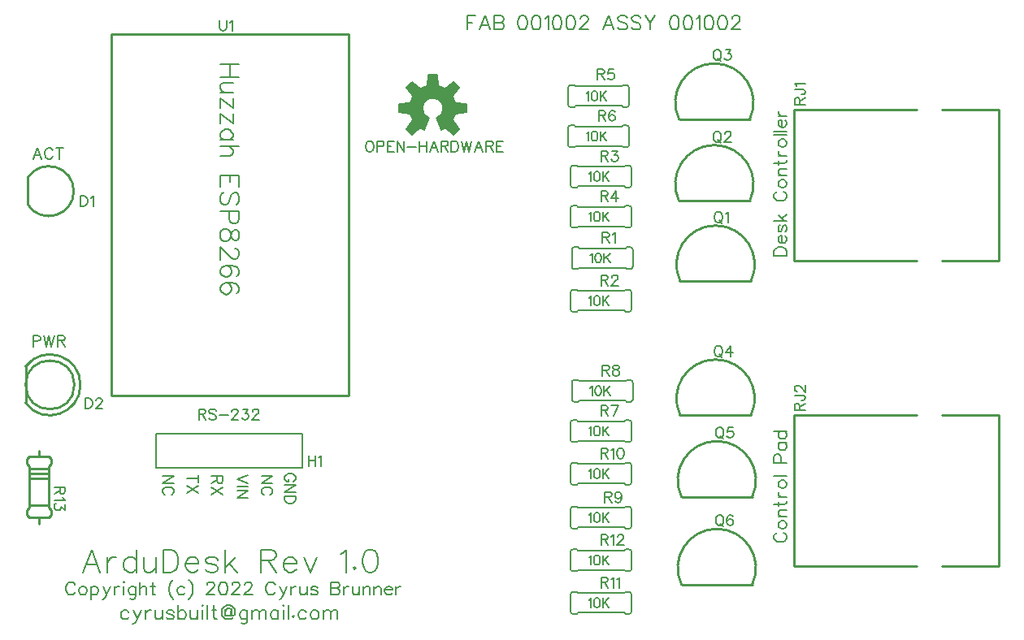
<source format=gto>
G04 Layer: TopSilkscreenLayer*
G04 EasyEDA v6.5.22, 2022-10-31 13:41:45*
G04 028e3914a6f949ed9ca799ef75e4ed4f,10*
G04 Gerber Generator version 0.2*
G04 Scale: 100 percent, Rotated: No, Reflected: No *
G04 Dimensions in inches *
G04 leading zeros omitted , absolute positions ,3 integer and 6 decimal *
%FSLAX36Y36*%
%MOIN*%

%ADD10C,0.0060*%
%ADD11C,0.0080*%
%ADD12C,0.0063*%
%ADD13C,0.0059*%
%ADD14C,0.0100*%
%ADD15C,0.0080*%
%ADD16C,0.0079*%
%ADD17C,0.0180*%

%LPD*%
D10*
X1085000Y1680399D02*
G01*
X1085000Y1637500D01*
X1085000Y1680399D02*
G01*
X1103400Y1680399D01*
X1109499Y1678400D01*
X1111599Y1676300D01*
X1113599Y1672199D01*
X1113599Y1668099D01*
X1111599Y1664000D01*
X1109499Y1661999D01*
X1103400Y1660000D01*
X1085000Y1660000D01*
X1099300Y1660000D02*
G01*
X1113599Y1637500D01*
X1155799Y1674299D02*
G01*
X1151700Y1678400D01*
X1145500Y1680399D01*
X1137399Y1680399D01*
X1131199Y1678400D01*
X1127100Y1674299D01*
X1127100Y1670199D01*
X1129200Y1666100D01*
X1131199Y1664000D01*
X1135299Y1661999D01*
X1147600Y1657899D01*
X1151700Y1655900D01*
X1153699Y1653800D01*
X1155799Y1649699D01*
X1155799Y1643600D01*
X1151700Y1639499D01*
X1145500Y1637500D01*
X1137399Y1637500D01*
X1131199Y1639499D01*
X1127100Y1643600D01*
X1169300Y1655900D02*
G01*
X1206099Y1655900D01*
X1221599Y1670199D02*
G01*
X1221599Y1672199D01*
X1223699Y1676300D01*
X1225699Y1678400D01*
X1229799Y1680399D01*
X1238000Y1680399D01*
X1242100Y1678400D01*
X1244099Y1676300D01*
X1246199Y1672199D01*
X1246199Y1668099D01*
X1244099Y1664000D01*
X1240000Y1657899D01*
X1219600Y1637500D01*
X1248199Y1637500D01*
X1265799Y1680399D02*
G01*
X1288299Y1680399D01*
X1276000Y1664000D01*
X1282200Y1664000D01*
X1286300Y1661999D01*
X1288299Y1660000D01*
X1290399Y1653800D01*
X1290399Y1649699D01*
X1288299Y1643600D01*
X1284200Y1639499D01*
X1278100Y1637500D01*
X1271999Y1637500D01*
X1265799Y1639499D01*
X1263800Y1641500D01*
X1261700Y1645599D01*
X1305900Y1670199D02*
G01*
X1305900Y1672199D01*
X1308000Y1676300D01*
X1310000Y1678400D01*
X1314099Y1680399D01*
X1322299Y1680399D01*
X1326400Y1678400D01*
X1328400Y1676300D01*
X1330500Y1672199D01*
X1330500Y1668099D01*
X1328400Y1664000D01*
X1324300Y1657899D01*
X1303900Y1637500D01*
X1332500Y1637500D01*
D11*
X982700Y1405000D02*
G01*
X937600Y1405000D01*
X982700Y1405000D02*
G01*
X937600Y1374899D01*
X982700Y1374899D02*
G01*
X937600Y1374899D01*
X971899Y1328600D02*
G01*
X976199Y1330700D01*
X980500Y1335000D01*
X982700Y1339299D01*
X982700Y1347899D01*
X980500Y1352199D01*
X976199Y1356500D01*
X971899Y1358600D01*
X965500Y1360799D01*
X954799Y1360799D01*
X948299Y1358600D01*
X943999Y1356500D01*
X939700Y1352199D01*
X937600Y1347899D01*
X937600Y1339299D01*
X939700Y1335000D01*
X943999Y1330700D01*
X948299Y1328600D01*
X1082700Y1395000D02*
G01*
X1037600Y1395000D01*
X1082700Y1410000D02*
G01*
X1082700Y1379899D01*
X1082700Y1365799D02*
G01*
X1037600Y1335700D01*
X1082700Y1335700D02*
G01*
X1037600Y1365799D01*
X1182700Y1405000D02*
G01*
X1137600Y1405000D01*
X1182700Y1405000D02*
G01*
X1182700Y1385700D01*
X1180500Y1379200D01*
X1178400Y1377100D01*
X1174099Y1374899D01*
X1169799Y1374899D01*
X1165500Y1377100D01*
X1163299Y1379200D01*
X1161199Y1385700D01*
X1161199Y1405000D01*
X1161199Y1390000D02*
G01*
X1137600Y1374899D01*
X1182700Y1360799D02*
G01*
X1137600Y1330700D01*
X1182700Y1330700D02*
G01*
X1137600Y1360799D01*
X1287700Y1410000D02*
G01*
X1242600Y1392800D01*
X1287700Y1375599D02*
G01*
X1242600Y1392800D01*
X1287700Y1361500D02*
G01*
X1242600Y1361500D01*
X1287700Y1347300D02*
G01*
X1242600Y1347300D01*
X1287700Y1347300D02*
G01*
X1242600Y1317199D01*
X1287700Y1317199D02*
G01*
X1242600Y1317199D01*
X1387700Y1405000D02*
G01*
X1342600Y1405000D01*
X1387700Y1405000D02*
G01*
X1342600Y1374899D01*
X1387700Y1374899D02*
G01*
X1342600Y1374899D01*
X1376899Y1328600D02*
G01*
X1381199Y1330700D01*
X1385500Y1335000D01*
X1387700Y1339299D01*
X1387700Y1347899D01*
X1385500Y1352199D01*
X1381199Y1356500D01*
X1376899Y1358600D01*
X1370500Y1360799D01*
X1359799Y1360799D01*
X1353299Y1358600D01*
X1348999Y1356500D01*
X1344700Y1352199D01*
X1342600Y1347899D01*
X1342600Y1339299D01*
X1344700Y1335000D01*
X1348999Y1330700D01*
X1353299Y1328600D01*
X1471899Y1382800D02*
G01*
X1476199Y1384899D01*
X1480500Y1389200D01*
X1482700Y1393499D01*
X1482700Y1402100D01*
X1480500Y1406399D01*
X1476199Y1410700D01*
X1471899Y1412899D01*
X1465500Y1415000D01*
X1454799Y1415000D01*
X1448299Y1412899D01*
X1443999Y1410700D01*
X1439700Y1406399D01*
X1437600Y1402100D01*
X1437600Y1393499D01*
X1439700Y1389200D01*
X1443999Y1384899D01*
X1448299Y1382800D01*
X1454799Y1382800D01*
X1454799Y1393499D02*
G01*
X1454799Y1382800D01*
X1482700Y1368600D02*
G01*
X1437600Y1368600D01*
X1482700Y1368600D02*
G01*
X1437600Y1338600D01*
X1482700Y1338600D02*
G01*
X1437600Y1338600D01*
X1482700Y1324400D02*
G01*
X1437600Y1324400D01*
X1482700Y1324400D02*
G01*
X1482700Y1309299D01*
X1480500Y1302899D01*
X1476199Y1298600D01*
X1471899Y1296500D01*
X1465500Y1294299D01*
X1454799Y1294299D01*
X1448299Y1296500D01*
X1443999Y1298600D01*
X1439700Y1302899D01*
X1437600Y1309299D01*
X1437600Y1324400D01*
X2185000Y3294600D02*
G01*
X2185000Y3238200D01*
X2185000Y3294600D02*
G01*
X2219899Y3294600D01*
X2185000Y3267700D02*
G01*
X2206499Y3267700D01*
X2259099Y3294600D02*
G01*
X2237600Y3238200D01*
X2259099Y3294600D02*
G01*
X2280600Y3238200D01*
X2245699Y3256999D02*
G01*
X2272500Y3256999D01*
X2298299Y3294600D02*
G01*
X2298299Y3238200D01*
X2298299Y3294600D02*
G01*
X2322399Y3294600D01*
X2330500Y3291900D01*
X2333199Y3289200D01*
X2335900Y3283899D01*
X2335900Y3278499D01*
X2333199Y3273099D01*
X2330500Y3270399D01*
X2322399Y3267700D01*
X2298299Y3267700D02*
G01*
X2322399Y3267700D01*
X2330500Y3265100D01*
X2333199Y3262399D01*
X2335900Y3256999D01*
X2335900Y3249000D01*
X2333199Y3243600D01*
X2330500Y3240900D01*
X2322399Y3238200D01*
X2298299Y3238200D01*
X2411000Y3294600D02*
G01*
X2403000Y3291900D01*
X2397600Y3283899D01*
X2394899Y3270399D01*
X2394899Y3262399D01*
X2397600Y3249000D01*
X2403000Y3240900D01*
X2411000Y3238200D01*
X2416400Y3238200D01*
X2424399Y3240900D01*
X2429799Y3249000D01*
X2432500Y3262399D01*
X2432500Y3270399D01*
X2429799Y3283899D01*
X2424399Y3291900D01*
X2416400Y3294600D01*
X2411000Y3294600D01*
X2466300Y3294600D02*
G01*
X2458299Y3291900D01*
X2452899Y3283899D01*
X2450200Y3270399D01*
X2450200Y3262399D01*
X2452899Y3249000D01*
X2458299Y3240900D01*
X2466300Y3238200D01*
X2471700Y3238200D01*
X2479700Y3240900D01*
X2485100Y3249000D01*
X2487799Y3262399D01*
X2487799Y3270399D01*
X2485100Y3283899D01*
X2479700Y3291900D01*
X2471700Y3294600D01*
X2466300Y3294600D01*
X2505500Y3283899D02*
G01*
X2510900Y3286500D01*
X2518900Y3294600D01*
X2518900Y3238200D01*
X2552799Y3294600D02*
G01*
X2544700Y3291900D01*
X2539300Y3283899D01*
X2536599Y3270399D01*
X2536599Y3262399D01*
X2539300Y3249000D01*
X2544700Y3240900D01*
X2552799Y3238200D01*
X2558100Y3238200D01*
X2566199Y3240900D01*
X2571499Y3249000D01*
X2574200Y3262399D01*
X2574200Y3270399D01*
X2571499Y3283899D01*
X2566199Y3291900D01*
X2558100Y3294600D01*
X2552799Y3294600D01*
X2608000Y3294600D02*
G01*
X2600000Y3291900D01*
X2594600Y3283899D01*
X2591899Y3270399D01*
X2591899Y3262399D01*
X2594600Y3249000D01*
X2600000Y3240900D01*
X2608000Y3238200D01*
X2613400Y3238200D01*
X2621499Y3240900D01*
X2626800Y3249000D01*
X2629499Y3262399D01*
X2629499Y3270399D01*
X2626800Y3283899D01*
X2621499Y3291900D01*
X2613400Y3294600D01*
X2608000Y3294600D01*
X2649899Y3281199D02*
G01*
X2649899Y3283899D01*
X2652600Y3289200D01*
X2655299Y3291900D01*
X2660699Y3294600D01*
X2671400Y3294600D01*
X2676800Y3291900D01*
X2679499Y3289200D01*
X2682100Y3283899D01*
X2682100Y3278499D01*
X2679499Y3273099D01*
X2674099Y3265100D01*
X2647200Y3238200D01*
X2684799Y3238200D01*
X2765299Y3294600D02*
G01*
X2743900Y3238200D01*
X2765299Y3294600D02*
G01*
X2786800Y3238200D01*
X2751899Y3256999D02*
G01*
X2778800Y3256999D01*
X2842100Y3286500D02*
G01*
X2836800Y3291900D01*
X2828699Y3294600D01*
X2818000Y3294600D01*
X2809899Y3291900D01*
X2804499Y3286500D01*
X2804499Y3281199D01*
X2807200Y3275799D01*
X2809899Y3273099D01*
X2815299Y3270399D01*
X2831400Y3265100D01*
X2836800Y3262399D01*
X2839399Y3259699D01*
X2842100Y3254299D01*
X2842100Y3246300D01*
X2836800Y3240900D01*
X2828699Y3238200D01*
X2818000Y3238200D01*
X2809899Y3240900D01*
X2804499Y3246300D01*
X2897399Y3286500D02*
G01*
X2891999Y3291900D01*
X2883999Y3294600D01*
X2873299Y3294600D01*
X2865200Y3291900D01*
X2859799Y3286500D01*
X2859799Y3281199D01*
X2862500Y3275799D01*
X2865200Y3273099D01*
X2870600Y3270399D01*
X2886700Y3265100D01*
X2891999Y3262399D01*
X2894700Y3259699D01*
X2897399Y3254299D01*
X2897399Y3246300D01*
X2891999Y3240900D01*
X2883999Y3238200D01*
X2873299Y3238200D01*
X2865200Y3240900D01*
X2859799Y3246300D01*
X2915100Y3294600D02*
G01*
X2936599Y3267700D01*
X2936599Y3238200D01*
X2958100Y3294600D02*
G01*
X2936599Y3267700D01*
X3033199Y3294600D02*
G01*
X3025200Y3291900D01*
X3019799Y3283899D01*
X3017100Y3270399D01*
X3017100Y3262399D01*
X3019799Y3249000D01*
X3025200Y3240900D01*
X3033199Y3238200D01*
X3038599Y3238200D01*
X3046700Y3240900D01*
X3051999Y3249000D01*
X3054700Y3262399D01*
X3054700Y3270399D01*
X3051999Y3283899D01*
X3046700Y3291900D01*
X3038599Y3294600D01*
X3033199Y3294600D01*
X3088500Y3294600D02*
G01*
X3080500Y3291900D01*
X3075100Y3283899D01*
X3072399Y3270399D01*
X3072399Y3262399D01*
X3075100Y3249000D01*
X3080500Y3240900D01*
X3088500Y3238200D01*
X3093900Y3238200D01*
X3101999Y3240900D01*
X3107299Y3249000D01*
X3110000Y3262399D01*
X3110000Y3270399D01*
X3107299Y3283899D01*
X3101999Y3291900D01*
X3093900Y3294600D01*
X3088500Y3294600D01*
X3127700Y3283899D02*
G01*
X3133100Y3286500D01*
X3141199Y3294600D01*
X3141199Y3238200D01*
X3175000Y3294600D02*
G01*
X3166899Y3291900D01*
X3161599Y3283899D01*
X3158900Y3270399D01*
X3158900Y3262399D01*
X3161599Y3249000D01*
X3166899Y3240900D01*
X3175000Y3238200D01*
X3180299Y3238200D01*
X3188400Y3240900D01*
X3193800Y3249000D01*
X3196499Y3262399D01*
X3196499Y3270399D01*
X3193800Y3283899D01*
X3188400Y3291900D01*
X3180299Y3294600D01*
X3175000Y3294600D01*
X3230299Y3294600D02*
G01*
X3222200Y3291900D01*
X3216899Y3283899D01*
X3214200Y3270399D01*
X3214200Y3262399D01*
X3216899Y3249000D01*
X3222200Y3240900D01*
X3230299Y3238200D01*
X3235600Y3238200D01*
X3243699Y3240900D01*
X3249099Y3249000D01*
X3251700Y3262399D01*
X3251700Y3270399D01*
X3249099Y3283899D01*
X3243699Y3291900D01*
X3235600Y3294600D01*
X3230299Y3294600D01*
X3272100Y3281199D02*
G01*
X3272100Y3283899D01*
X3274799Y3289200D01*
X3277500Y3291900D01*
X3282899Y3294600D01*
X3293599Y3294600D01*
X3298999Y3291900D01*
X3301700Y3289200D01*
X3304399Y3283899D01*
X3304399Y3278499D01*
X3301700Y3273099D01*
X3296300Y3265100D01*
X3269499Y3238200D01*
X3306999Y3238200D01*
X405000Y1982699D02*
G01*
X405000Y1937600D01*
X405000Y1982699D02*
G01*
X424299Y1982699D01*
X430799Y1980500D01*
X432899Y1978400D01*
X435100Y1974099D01*
X435100Y1967600D01*
X432899Y1963299D01*
X430799Y1961199D01*
X424299Y1959099D01*
X405000Y1959099D01*
X449200Y1982699D02*
G01*
X460000Y1937600D01*
X470700Y1982699D02*
G01*
X460000Y1937600D01*
X470700Y1982699D02*
G01*
X481399Y1937600D01*
X492199Y1982699D02*
G01*
X481399Y1937600D01*
X506399Y1982699D02*
G01*
X506399Y1937600D01*
X506399Y1982699D02*
G01*
X525700Y1982699D01*
X532100Y1980500D01*
X534299Y1978400D01*
X536399Y1974099D01*
X536399Y1969800D01*
X534299Y1965500D01*
X532100Y1963299D01*
X525700Y1961199D01*
X506399Y1961199D01*
X521399Y1961199D02*
G01*
X536399Y1937600D01*
X422199Y2752700D02*
G01*
X405000Y2707600D01*
X422199Y2752700D02*
G01*
X439400Y2707600D01*
X411399Y2722600D02*
G01*
X432899Y2722600D01*
X485700Y2741900D02*
G01*
X483600Y2746199D01*
X479299Y2750500D01*
X475000Y2752700D01*
X466399Y2752700D01*
X462100Y2750500D01*
X457800Y2746199D01*
X455700Y2741900D01*
X453499Y2735500D01*
X453499Y2724800D01*
X455700Y2718299D01*
X457800Y2714000D01*
X462100Y2709699D01*
X466399Y2707600D01*
X475000Y2707600D01*
X479299Y2709699D01*
X483600Y2714000D01*
X485700Y2718299D01*
X514899Y2752700D02*
G01*
X514899Y2707600D01*
X499899Y2752700D02*
G01*
X530000Y2752700D01*
X577600Y958099D02*
G01*
X575100Y963099D01*
X570100Y968099D01*
X565100Y970599D01*
X555000Y970599D01*
X550000Y968099D01*
X545000Y963099D01*
X542500Y958099D01*
X540000Y950599D01*
X540000Y938000D01*
X542500Y930500D01*
X545000Y925500D01*
X550000Y920500D01*
X555000Y918000D01*
X565100Y918000D01*
X570100Y920500D01*
X575100Y925500D01*
X577600Y930500D01*
X606599Y953099D02*
G01*
X601599Y950599D01*
X596599Y945599D01*
X594099Y938000D01*
X594099Y933000D01*
X596599Y925500D01*
X601599Y920500D01*
X606599Y918000D01*
X614200Y918000D01*
X619200Y920500D01*
X624200Y925500D01*
X626700Y933000D01*
X626700Y938000D01*
X624200Y945599D01*
X619200Y950599D01*
X614200Y953099D01*
X606599Y953099D01*
X643200Y953099D02*
G01*
X643200Y900500D01*
X643200Y945599D02*
G01*
X648200Y950599D01*
X653200Y953099D01*
X660799Y953099D01*
X665799Y950599D01*
X670799Y945599D01*
X673299Y938000D01*
X673299Y933000D01*
X670799Y925500D01*
X665799Y920500D01*
X660799Y918000D01*
X653200Y918000D01*
X648200Y920500D01*
X643200Y925500D01*
X692300Y953099D02*
G01*
X707399Y918000D01*
X722399Y953099D02*
G01*
X707399Y918000D01*
X702300Y908000D01*
X697300Y903000D01*
X692300Y900500D01*
X689800Y900500D01*
X738899Y953099D02*
G01*
X738899Y918000D01*
X738899Y938000D02*
G01*
X741399Y945599D01*
X746399Y950599D01*
X751500Y953099D01*
X759000Y953099D01*
X775500Y970599D02*
G01*
X778000Y968099D01*
X780500Y970599D01*
X778000Y973099D01*
X775500Y970599D01*
X778000Y953099D02*
G01*
X778000Y918000D01*
X827100Y953099D02*
G01*
X827100Y913000D01*
X824600Y905500D01*
X822100Y903000D01*
X817100Y900500D01*
X809600Y900500D01*
X804600Y903000D01*
X827100Y945599D02*
G01*
X822100Y950599D01*
X817100Y953099D01*
X809600Y953099D01*
X804600Y950599D01*
X799600Y945599D01*
X797100Y938000D01*
X797100Y933000D01*
X799600Y925500D01*
X804600Y920500D01*
X809600Y918000D01*
X817100Y918000D01*
X822100Y920500D01*
X827100Y925500D01*
X843699Y970599D02*
G01*
X843699Y918000D01*
X843699Y943099D02*
G01*
X851199Y950599D01*
X856199Y953099D01*
X863699Y953099D01*
X868699Y950599D01*
X871199Y943099D01*
X871199Y918000D01*
X895299Y970599D02*
G01*
X895299Y928000D01*
X897799Y920500D01*
X902799Y918000D01*
X907799Y918000D01*
X887700Y953099D02*
G01*
X905299Y953099D01*
X980399Y980599D02*
G01*
X975399Y975599D01*
X970399Y968099D01*
X965399Y958099D01*
X962899Y945599D01*
X962899Y935500D01*
X965399Y923000D01*
X970399Y913000D01*
X975399Y905500D01*
X980399Y900500D01*
X1026999Y945599D02*
G01*
X1021999Y950599D01*
X1016999Y953099D01*
X1009499Y953099D01*
X1004499Y950599D01*
X999499Y945599D01*
X996999Y938000D01*
X996999Y933000D01*
X999499Y925500D01*
X1004499Y920500D01*
X1009499Y918000D01*
X1016999Y918000D01*
X1021999Y920500D01*
X1026999Y925500D01*
X1043599Y980599D02*
G01*
X1048599Y975599D01*
X1053599Y968099D01*
X1058599Y958099D01*
X1061099Y945599D01*
X1061099Y935500D01*
X1058599Y923000D01*
X1053599Y913000D01*
X1048599Y905500D01*
X1043599Y900500D01*
X1118699Y958099D02*
G01*
X1118699Y960599D01*
X1121199Y965599D01*
X1123699Y968099D01*
X1128800Y970599D01*
X1138800Y970599D01*
X1143800Y968099D01*
X1146300Y965599D01*
X1148800Y960599D01*
X1148800Y955599D01*
X1146300Y950599D01*
X1141300Y943099D01*
X1116199Y918000D01*
X1151300Y918000D01*
X1182899Y970599D02*
G01*
X1175399Y968099D01*
X1170299Y960599D01*
X1167799Y948099D01*
X1167799Y940599D01*
X1170299Y928000D01*
X1175399Y920500D01*
X1182899Y918000D01*
X1187899Y918000D01*
X1195399Y920500D01*
X1200399Y928000D01*
X1202899Y940599D01*
X1202899Y948099D01*
X1200399Y960599D01*
X1195399Y968099D01*
X1187899Y970599D01*
X1182899Y970599D01*
X1221999Y958099D02*
G01*
X1221999Y960599D01*
X1224499Y965599D01*
X1226999Y968099D01*
X1231999Y970599D01*
X1241999Y970599D01*
X1246999Y968099D01*
X1249499Y965599D01*
X1251999Y960599D01*
X1251999Y955599D01*
X1249499Y950599D01*
X1244499Y943099D01*
X1219499Y918000D01*
X1254499Y918000D01*
X1273599Y958099D02*
G01*
X1273599Y960599D01*
X1276099Y965599D01*
X1278599Y968099D01*
X1283599Y970599D01*
X1293599Y970599D01*
X1298599Y968099D01*
X1301099Y965599D01*
X1303599Y960599D01*
X1303599Y955599D01*
X1301099Y950599D01*
X1296099Y943099D01*
X1271099Y918000D01*
X1306099Y918000D01*
X1398800Y958099D02*
G01*
X1396300Y963099D01*
X1391300Y968099D01*
X1386300Y970599D01*
X1376300Y970599D01*
X1371300Y968099D01*
X1366300Y963099D01*
X1363800Y958099D01*
X1361300Y950599D01*
X1361300Y938000D01*
X1363800Y930500D01*
X1366300Y925500D01*
X1371300Y920500D01*
X1376300Y918000D01*
X1386300Y918000D01*
X1391300Y920500D01*
X1396300Y925500D01*
X1398800Y930500D01*
X1417899Y953099D02*
G01*
X1432899Y918000D01*
X1447899Y953099D02*
G01*
X1432899Y918000D01*
X1427899Y908000D01*
X1422899Y903000D01*
X1417899Y900500D01*
X1415399Y900500D01*
X1464499Y953099D02*
G01*
X1464499Y918000D01*
X1464499Y938000D02*
G01*
X1466999Y945599D01*
X1471999Y950599D01*
X1476999Y953099D01*
X1484499Y953099D01*
X1501099Y953099D02*
G01*
X1501099Y928000D01*
X1503599Y920500D01*
X1508599Y918000D01*
X1516099Y918000D01*
X1521099Y920500D01*
X1528599Y928000D01*
X1528599Y953099D02*
G01*
X1528599Y918000D01*
X1572700Y945599D02*
G01*
X1570200Y950599D01*
X1562700Y953099D01*
X1555200Y953099D01*
X1547700Y950599D01*
X1545200Y945599D01*
X1547700Y940599D01*
X1552700Y938000D01*
X1565200Y935500D01*
X1570200Y933000D01*
X1572700Y928000D01*
X1572700Y925500D01*
X1570200Y920500D01*
X1562700Y918000D01*
X1555200Y918000D01*
X1547700Y920500D01*
X1545200Y925500D01*
X1627799Y970599D02*
G01*
X1627799Y918000D01*
X1627799Y970599D02*
G01*
X1650399Y970599D01*
X1657899Y968099D01*
X1660399Y965599D01*
X1662899Y960599D01*
X1662899Y955599D01*
X1660399Y950599D01*
X1657899Y948099D01*
X1650399Y945599D01*
X1627799Y945599D02*
G01*
X1650399Y945599D01*
X1657899Y943099D01*
X1660399Y940599D01*
X1662899Y935500D01*
X1662899Y928000D01*
X1660399Y923000D01*
X1657899Y920500D01*
X1650399Y918000D01*
X1627799Y918000D01*
X1679399Y953099D02*
G01*
X1679399Y918000D01*
X1679399Y938000D02*
G01*
X1681899Y945599D01*
X1686999Y950599D01*
X1691999Y953099D01*
X1699499Y953099D01*
X1716000Y953099D02*
G01*
X1716000Y928000D01*
X1718500Y920500D01*
X1723500Y918000D01*
X1731000Y918000D01*
X1736099Y920500D01*
X1743599Y928000D01*
X1743599Y953099D02*
G01*
X1743599Y918000D01*
X1760100Y953099D02*
G01*
X1760100Y918000D01*
X1760100Y943099D02*
G01*
X1767600Y950599D01*
X1772600Y953099D01*
X1780200Y953099D01*
X1785200Y950599D01*
X1787700Y943099D01*
X1787700Y918000D01*
X1804200Y953099D02*
G01*
X1804200Y918000D01*
X1804200Y943099D02*
G01*
X1811700Y950599D01*
X1816700Y953099D01*
X1824200Y953099D01*
X1829300Y950599D01*
X1831800Y943099D01*
X1831800Y918000D01*
X1848299Y938000D02*
G01*
X1878400Y938000D01*
X1878400Y943099D01*
X1875900Y948099D01*
X1873400Y950599D01*
X1868299Y953099D01*
X1860799Y953099D01*
X1855799Y950599D01*
X1850799Y945599D01*
X1848299Y938000D01*
X1848299Y933000D01*
X1850799Y925500D01*
X1855799Y920500D01*
X1860799Y918000D01*
X1868299Y918000D01*
X1873400Y920500D01*
X1878400Y925500D01*
X1894899Y953099D02*
G01*
X1894899Y918000D01*
X1894899Y938000D02*
G01*
X1897399Y945599D01*
X1902399Y950599D01*
X1907399Y953099D01*
X1914899Y953099D01*
X797200Y847699D02*
G01*
X791800Y853099D01*
X786499Y855799D01*
X778400Y855799D01*
X773100Y853099D01*
X767700Y847699D01*
X765000Y839699D01*
X765000Y834299D01*
X767700Y826300D01*
X773100Y820900D01*
X778400Y818200D01*
X786499Y818200D01*
X791800Y820900D01*
X797200Y826300D01*
X817600Y855799D02*
G01*
X833699Y818200D01*
X849799Y855799D02*
G01*
X833699Y818200D01*
X828299Y807500D01*
X823000Y802100D01*
X817600Y799400D01*
X814899Y799400D01*
X867500Y855799D02*
G01*
X867500Y818200D01*
X867500Y839699D02*
G01*
X870200Y847699D01*
X875600Y853099D01*
X881000Y855799D01*
X888999Y855799D01*
X906700Y855799D02*
G01*
X906700Y829000D01*
X909399Y820900D01*
X914799Y818200D01*
X922799Y818200D01*
X928199Y820900D01*
X936300Y829000D01*
X936300Y855799D02*
G01*
X936300Y818200D01*
X983500Y847699D02*
G01*
X980799Y853099D01*
X972799Y855799D01*
X964700Y855799D01*
X956700Y853099D01*
X953999Y847699D01*
X956700Y842399D01*
X961999Y839699D01*
X975500Y836999D01*
X980799Y834299D01*
X983500Y829000D01*
X983500Y826300D01*
X980799Y820900D01*
X972799Y818200D01*
X964700Y818200D01*
X956700Y820900D01*
X953999Y826300D01*
X1001199Y874600D02*
G01*
X1001199Y818200D01*
X1001199Y847699D02*
G01*
X1006599Y853099D01*
X1011999Y855799D01*
X1020000Y855799D01*
X1025399Y853099D01*
X1030699Y847699D01*
X1033400Y839699D01*
X1033400Y834299D01*
X1030699Y826300D01*
X1025399Y820900D01*
X1020000Y818200D01*
X1011999Y818200D01*
X1006599Y820900D01*
X1001199Y826300D01*
X1051099Y855799D02*
G01*
X1051099Y829000D01*
X1053800Y820900D01*
X1059200Y818200D01*
X1067299Y818200D01*
X1072600Y820900D01*
X1080699Y829000D01*
X1080699Y855799D02*
G01*
X1080699Y818200D01*
X1098400Y874600D02*
G01*
X1101099Y871900D01*
X1103800Y874600D01*
X1101099Y877300D01*
X1098400Y874600D01*
X1101099Y855799D02*
G01*
X1101099Y818200D01*
X1121499Y874600D02*
G01*
X1121499Y818200D01*
X1147200Y874600D02*
G01*
X1147200Y829000D01*
X1149899Y820900D01*
X1155299Y818200D01*
X1160699Y818200D01*
X1139200Y855799D02*
G01*
X1158000Y855799D01*
X1218599Y853099D02*
G01*
X1216000Y858499D01*
X1210600Y861199D01*
X1202500Y861199D01*
X1197200Y858499D01*
X1194499Y855799D01*
X1191800Y847699D01*
X1191800Y839699D01*
X1194499Y834299D01*
X1199899Y831599D01*
X1207899Y831599D01*
X1213299Y834299D01*
X1216000Y839699D01*
X1202500Y861199D02*
G01*
X1197200Y855799D01*
X1194499Y847699D01*
X1194499Y839699D01*
X1197200Y834299D01*
X1199899Y831599D01*
X1218599Y861199D02*
G01*
X1216000Y839699D01*
X1216000Y834299D01*
X1221300Y831599D01*
X1226700Y831599D01*
X1232100Y836999D01*
X1234799Y845100D01*
X1234799Y850399D01*
X1232100Y858499D01*
X1229399Y863899D01*
X1223999Y869200D01*
X1218599Y871900D01*
X1210600Y874600D01*
X1202500Y874600D01*
X1194499Y871900D01*
X1189099Y869200D01*
X1183800Y863899D01*
X1181099Y858499D01*
X1178400Y850399D01*
X1178400Y842399D01*
X1181099Y834299D01*
X1183800Y829000D01*
X1189099Y823600D01*
X1194499Y820900D01*
X1202500Y818200D01*
X1210600Y818200D01*
X1218599Y820900D01*
X1223999Y823600D01*
X1226700Y826300D01*
X1221300Y861199D02*
G01*
X1218599Y839699D01*
X1218599Y834299D01*
X1221300Y831599D01*
X1284700Y855799D02*
G01*
X1284700Y812899D01*
X1281999Y804800D01*
X1279300Y802100D01*
X1273900Y799400D01*
X1265900Y799400D01*
X1260500Y802100D01*
X1284700Y847699D02*
G01*
X1279300Y853099D01*
X1273900Y855799D01*
X1265900Y855799D01*
X1260500Y853099D01*
X1255200Y847699D01*
X1252500Y839699D01*
X1252500Y834299D01*
X1255200Y826300D01*
X1260500Y820900D01*
X1265900Y818200D01*
X1273900Y818200D01*
X1279300Y820900D01*
X1284700Y826300D01*
X1302399Y855799D02*
G01*
X1302399Y818200D01*
X1302399Y845100D02*
G01*
X1310500Y853099D01*
X1315799Y855799D01*
X1323900Y855799D01*
X1329200Y853099D01*
X1331899Y845100D01*
X1331899Y818200D01*
X1331899Y845100D02*
G01*
X1340000Y853099D01*
X1345299Y855799D01*
X1353400Y855799D01*
X1358800Y853099D01*
X1361499Y845100D01*
X1361499Y818200D01*
X1411400Y855799D02*
G01*
X1411400Y818200D01*
X1411400Y847699D02*
G01*
X1406000Y853099D01*
X1400600Y855799D01*
X1392600Y855799D01*
X1387200Y853099D01*
X1381899Y847699D01*
X1379200Y839699D01*
X1379200Y834299D01*
X1381899Y826300D01*
X1387200Y820900D01*
X1392600Y818200D01*
X1400600Y818200D01*
X1406000Y820900D01*
X1411400Y826300D01*
X1429099Y874600D02*
G01*
X1431800Y871900D01*
X1434499Y874600D01*
X1431800Y877300D01*
X1429099Y874600D01*
X1431800Y855799D02*
G01*
X1431800Y818200D01*
X1452200Y874600D02*
G01*
X1452200Y818200D01*
X1472600Y831599D02*
G01*
X1469899Y829000D01*
X1472600Y826300D01*
X1475299Y829000D01*
X1472600Y831599D01*
X1525200Y847699D02*
G01*
X1519799Y853099D01*
X1514499Y855799D01*
X1506400Y855799D01*
X1501000Y853099D01*
X1495699Y847699D01*
X1493000Y839699D01*
X1493000Y834299D01*
X1495699Y826300D01*
X1501000Y820900D01*
X1506400Y818200D01*
X1514499Y818200D01*
X1519799Y820900D01*
X1525200Y826300D01*
X1556300Y855799D02*
G01*
X1551000Y853099D01*
X1545600Y847699D01*
X1542899Y839699D01*
X1542899Y834299D01*
X1545600Y826300D01*
X1551000Y820900D01*
X1556300Y818200D01*
X1564399Y818200D01*
X1569799Y820900D01*
X1575100Y826300D01*
X1577799Y834299D01*
X1577799Y839699D01*
X1575100Y847699D01*
X1569799Y853099D01*
X1564399Y855799D01*
X1556300Y855799D01*
X1595500Y855799D02*
G01*
X1595500Y818200D01*
X1595500Y845100D02*
G01*
X1603599Y853099D01*
X1608900Y855799D01*
X1616999Y855799D01*
X1622399Y853099D01*
X1625100Y845100D01*
X1625100Y818200D01*
X1625100Y845100D02*
G01*
X1633100Y853099D01*
X1638500Y855799D01*
X1646499Y855799D01*
X1651899Y853099D01*
X1654600Y845100D01*
X1654600Y818200D01*
X3456899Y1172600D02*
G01*
X3451899Y1170100D01*
X3446899Y1165100D01*
X3444399Y1160100D01*
X3444399Y1150000D01*
X3446899Y1145000D01*
X3451899Y1140000D01*
X3456899Y1137500D01*
X3464399Y1135000D01*
X3476999Y1135000D01*
X3484499Y1137500D01*
X3489499Y1140000D01*
X3494499Y1145000D01*
X3496999Y1150000D01*
X3496999Y1160100D01*
X3494499Y1165100D01*
X3489499Y1170100D01*
X3484499Y1172600D01*
X3461899Y1201599D02*
G01*
X3464399Y1196599D01*
X3469399Y1191599D01*
X3476999Y1189099D01*
X3481999Y1189099D01*
X3489499Y1191599D01*
X3494499Y1196599D01*
X3496999Y1201599D01*
X3496999Y1209200D01*
X3494499Y1214200D01*
X3489499Y1219200D01*
X3481999Y1221700D01*
X3476999Y1221700D01*
X3469399Y1219200D01*
X3464399Y1214200D01*
X3461899Y1209200D01*
X3461899Y1201599D01*
X3461899Y1238200D02*
G01*
X3496999Y1238200D01*
X3471899Y1238200D02*
G01*
X3464399Y1245700D01*
X3461899Y1250700D01*
X3461899Y1258299D01*
X3464399Y1263299D01*
X3471899Y1265799D01*
X3496999Y1265799D01*
X3444399Y1289800D02*
G01*
X3486999Y1289800D01*
X3494499Y1292300D01*
X3496999Y1297300D01*
X3496999Y1302399D01*
X3461899Y1282300D02*
G01*
X3461899Y1299899D01*
X3461899Y1318899D02*
G01*
X3496999Y1318899D01*
X3476999Y1318899D02*
G01*
X3469399Y1321399D01*
X3464399Y1326399D01*
X3461899Y1331399D01*
X3461899Y1338899D01*
X3461899Y1368000D02*
G01*
X3464399Y1363000D01*
X3469399Y1358000D01*
X3476999Y1355500D01*
X3481999Y1355500D01*
X3489499Y1358000D01*
X3494499Y1363000D01*
X3496999Y1368000D01*
X3496999Y1375500D01*
X3494499Y1380500D01*
X3489499Y1385500D01*
X3481999Y1388000D01*
X3476999Y1388000D01*
X3469399Y1385500D01*
X3464399Y1380500D01*
X3461899Y1375500D01*
X3461899Y1368000D01*
X3444399Y1404600D02*
G01*
X3496999Y1404600D01*
X3444399Y1459699D02*
G01*
X3496999Y1459699D01*
X3444399Y1459699D02*
G01*
X3444399Y1482199D01*
X3446899Y1489800D01*
X3449399Y1492300D01*
X3454399Y1494800D01*
X3461899Y1494800D01*
X3466899Y1492300D01*
X3469399Y1489800D01*
X3471899Y1482199D01*
X3471899Y1459699D01*
X3461899Y1541399D02*
G01*
X3496999Y1541399D01*
X3469399Y1541399D02*
G01*
X3464399Y1536399D01*
X3461899Y1531300D01*
X3461899Y1523800D01*
X3464399Y1518800D01*
X3469399Y1513800D01*
X3476999Y1511300D01*
X3481999Y1511300D01*
X3489499Y1513800D01*
X3494499Y1518800D01*
X3496999Y1523800D01*
X3496999Y1531300D01*
X3494499Y1536399D01*
X3489499Y1541399D01*
X3444399Y1588000D02*
G01*
X3496999Y1588000D01*
X3469399Y1588000D02*
G01*
X3464399Y1583000D01*
X3461899Y1577899D01*
X3461899Y1570399D01*
X3464399Y1565399D01*
X3469399Y1560399D01*
X3476999Y1557899D01*
X3481999Y1557899D01*
X3489499Y1560399D01*
X3494499Y1565399D01*
X3496999Y1570399D01*
X3496999Y1577899D01*
X3494499Y1583000D01*
X3489499Y1588000D01*
X3444399Y2310000D02*
G01*
X3496999Y2310000D01*
X3444399Y2310000D02*
G01*
X3444399Y2327500D01*
X3446899Y2335100D01*
X3451899Y2340100D01*
X3456899Y2342600D01*
X3464399Y2345100D01*
X3476999Y2345100D01*
X3484499Y2342600D01*
X3489499Y2340100D01*
X3494499Y2335100D01*
X3496999Y2327500D01*
X3496999Y2310000D01*
X3476999Y2361599D02*
G01*
X3476999Y2391700D01*
X3471899Y2391700D01*
X3466899Y2389200D01*
X3464399Y2386700D01*
X3461899Y2381700D01*
X3461899Y2374099D01*
X3464399Y2369099D01*
X3469399Y2364099D01*
X3476999Y2361599D01*
X3481999Y2361599D01*
X3489499Y2364099D01*
X3494499Y2369099D01*
X3496999Y2374099D01*
X3496999Y2381700D01*
X3494499Y2386700D01*
X3489499Y2391700D01*
X3469399Y2435799D02*
G01*
X3464399Y2433299D01*
X3461899Y2425700D01*
X3461899Y2418200D01*
X3464399Y2410700D01*
X3469399Y2408200D01*
X3474399Y2410700D01*
X3476999Y2415700D01*
X3479499Y2428299D01*
X3481999Y2433299D01*
X3486999Y2435799D01*
X3489499Y2435799D01*
X3494499Y2433299D01*
X3496999Y2425700D01*
X3496999Y2418200D01*
X3494499Y2410700D01*
X3489499Y2408200D01*
X3444399Y2452300D02*
G01*
X3496999Y2452300D01*
X3461899Y2477399D02*
G01*
X3486999Y2452300D01*
X3476999Y2462300D02*
G01*
X3496999Y2479899D01*
X3456899Y2572600D02*
G01*
X3451899Y2570100D01*
X3446899Y2565000D01*
X3444399Y2560000D01*
X3444399Y2550000D01*
X3446899Y2545000D01*
X3451899Y2540000D01*
X3456899Y2537500D01*
X3464399Y2535000D01*
X3476999Y2535000D01*
X3484499Y2537500D01*
X3489499Y2540000D01*
X3494499Y2545000D01*
X3496999Y2550000D01*
X3496999Y2560000D01*
X3494499Y2565000D01*
X3489499Y2570100D01*
X3484499Y2572600D01*
X3461899Y2601599D02*
G01*
X3464399Y2596599D01*
X3469399Y2591599D01*
X3476999Y2589099D01*
X3481999Y2589099D01*
X3489499Y2591599D01*
X3494499Y2596599D01*
X3496999Y2601599D01*
X3496999Y2609099D01*
X3494499Y2614200D01*
X3489499Y2619200D01*
X3481999Y2621700D01*
X3476999Y2621700D01*
X3469399Y2619200D01*
X3464399Y2614200D01*
X3461899Y2609099D01*
X3461899Y2601599D01*
X3461899Y2638200D02*
G01*
X3496999Y2638200D01*
X3471899Y2638200D02*
G01*
X3464399Y2645700D01*
X3461899Y2650700D01*
X3461899Y2658200D01*
X3464399Y2663299D01*
X3471899Y2665799D01*
X3496999Y2665799D01*
X3444399Y2689800D02*
G01*
X3486999Y2689800D01*
X3494499Y2692300D01*
X3496999Y2697300D01*
X3496999Y2702300D01*
X3461899Y2682300D02*
G01*
X3461899Y2699800D01*
X3461899Y2718899D02*
G01*
X3496999Y2718899D01*
X3476999Y2718899D02*
G01*
X3469399Y2721399D01*
X3464399Y2726399D01*
X3461899Y2731399D01*
X3461899Y2738899D01*
X3461899Y2768000D02*
G01*
X3464399Y2763000D01*
X3469399Y2758000D01*
X3476999Y2755500D01*
X3481999Y2755500D01*
X3489499Y2758000D01*
X3494499Y2763000D01*
X3496999Y2768000D01*
X3496999Y2775500D01*
X3494499Y2780500D01*
X3489499Y2785500D01*
X3481999Y2788000D01*
X3476999Y2788000D01*
X3469399Y2785500D01*
X3464399Y2780500D01*
X3461899Y2775500D01*
X3461899Y2768000D01*
X3444399Y2804600D02*
G01*
X3496999Y2804600D01*
X3444399Y2821100D02*
G01*
X3496999Y2821100D01*
X3476999Y2837600D02*
G01*
X3476999Y2867700D01*
X3471899Y2867700D01*
X3466899Y2865200D01*
X3464399Y2862700D01*
X3461899Y2857700D01*
X3461899Y2850200D01*
X3464399Y2845100D01*
X3469399Y2840100D01*
X3476999Y2837600D01*
X3481999Y2837600D01*
X3489499Y2840100D01*
X3494499Y2845100D01*
X3496999Y2850200D01*
X3496999Y2857700D01*
X3494499Y2862700D01*
X3489499Y2867700D01*
X3461899Y2884200D02*
G01*
X3496999Y2884200D01*
X3476999Y2884200D02*
G01*
X3469399Y2886700D01*
X3464399Y2891700D01*
X3461899Y2896799D01*
X3461899Y2904299D01*
X645799Y1104299D02*
G01*
X610000Y1010399D01*
X645799Y1104299D02*
G01*
X681599Y1010399D01*
X623400Y1041700D02*
G01*
X668200Y1041700D01*
X711100Y1073000D02*
G01*
X711100Y1010399D01*
X711100Y1046199D02*
G01*
X715599Y1059600D01*
X724499Y1068499D01*
X733499Y1073000D01*
X746900Y1073000D01*
X830100Y1104299D02*
G01*
X830100Y1010399D01*
X830100Y1059600D02*
G01*
X821199Y1068499D01*
X812200Y1073000D01*
X798800Y1073000D01*
X789799Y1068499D01*
X780900Y1059600D01*
X776400Y1046199D01*
X776400Y1037199D01*
X780900Y1023800D01*
X789799Y1014800D01*
X798800Y1010399D01*
X812200Y1010399D01*
X821199Y1014800D01*
X830100Y1023800D01*
X859600Y1073000D02*
G01*
X859600Y1028299D01*
X864099Y1014800D01*
X873100Y1010399D01*
X886499Y1010399D01*
X895399Y1014800D01*
X908900Y1028299D01*
X908900Y1073000D02*
G01*
X908900Y1010399D01*
X938400Y1104299D02*
G01*
X938400Y1010399D01*
X938400Y1104299D02*
G01*
X969700Y1104299D01*
X983100Y1099800D01*
X992100Y1090900D01*
X996499Y1081999D01*
X1001000Y1068499D01*
X1001000Y1046199D01*
X996499Y1032699D01*
X992100Y1023800D01*
X983100Y1014800D01*
X969700Y1010399D01*
X938400Y1010399D01*
X1030500Y1046199D02*
G01*
X1084200Y1046199D01*
X1084200Y1055100D01*
X1079799Y1064099D01*
X1075299Y1068499D01*
X1066300Y1073000D01*
X1052899Y1073000D01*
X1043999Y1068499D01*
X1035000Y1059600D01*
X1030500Y1046199D01*
X1030500Y1037199D01*
X1035000Y1023800D01*
X1043999Y1014800D01*
X1052899Y1010399D01*
X1066300Y1010399D01*
X1075299Y1014800D01*
X1084200Y1023800D01*
X1163000Y1059600D02*
G01*
X1158500Y1068499D01*
X1145100Y1073000D01*
X1131700Y1073000D01*
X1118199Y1068499D01*
X1113800Y1059600D01*
X1118199Y1050599D01*
X1127200Y1046199D01*
X1149499Y1041700D01*
X1158500Y1037199D01*
X1163000Y1028299D01*
X1163000Y1023800D01*
X1158500Y1014800D01*
X1145100Y1010399D01*
X1131700Y1010399D01*
X1118199Y1014800D01*
X1113800Y1023800D01*
X1192500Y1104299D02*
G01*
X1192500Y1010399D01*
X1237200Y1073000D02*
G01*
X1192500Y1028299D01*
X1210399Y1046199D02*
G01*
X1241700Y1010399D01*
X1340100Y1104299D02*
G01*
X1340100Y1010399D01*
X1340100Y1104299D02*
G01*
X1380399Y1104299D01*
X1393800Y1099800D01*
X1398299Y1095399D01*
X1402799Y1086399D01*
X1402799Y1077500D01*
X1398299Y1068499D01*
X1393800Y1064099D01*
X1380399Y1059600D01*
X1340100Y1059600D01*
X1371499Y1059600D02*
G01*
X1402799Y1010399D01*
X1432299Y1046199D02*
G01*
X1486000Y1046199D01*
X1486000Y1055100D01*
X1481499Y1064099D01*
X1476999Y1068499D01*
X1468100Y1073000D01*
X1454700Y1073000D01*
X1445699Y1068499D01*
X1436800Y1059600D01*
X1432299Y1046199D01*
X1432299Y1037199D01*
X1436800Y1023800D01*
X1445699Y1014800D01*
X1454700Y1010399D01*
X1468100Y1010399D01*
X1476999Y1014800D01*
X1486000Y1023800D01*
X1515500Y1073000D02*
G01*
X1542399Y1010399D01*
X1569200Y1073000D02*
G01*
X1542399Y1010399D01*
X1667600Y1086399D02*
G01*
X1676599Y1090900D01*
X1690000Y1104299D01*
X1690000Y1010399D01*
X1723999Y1032699D02*
G01*
X1719499Y1028299D01*
X1723999Y1023800D01*
X1728500Y1028299D01*
X1723999Y1032699D01*
X1784799Y1104299D02*
G01*
X1771400Y1099800D01*
X1762500Y1086399D01*
X1758000Y1064099D01*
X1758000Y1050599D01*
X1762500Y1028299D01*
X1771400Y1014800D01*
X1784799Y1010399D01*
X1793800Y1010399D01*
X1807200Y1014800D01*
X1816199Y1028299D01*
X1820600Y1050599D01*
X1820600Y1064099D01*
X1816199Y1086399D01*
X1807200Y1099800D01*
X1793800Y1104299D01*
X1784799Y1104299D01*
D10*
X1782299Y2780399D02*
G01*
X1778199Y2778400D01*
X1774099Y2774299D01*
X1771999Y2770200D01*
X1770000Y2764000D01*
X1770000Y2753800D01*
X1771999Y2747700D01*
X1774099Y2743600D01*
X1778199Y2739499D01*
X1782299Y2737500D01*
X1790500Y2737500D01*
X1794499Y2739499D01*
X1798599Y2743600D01*
X1800699Y2747700D01*
X1802700Y2753800D01*
X1802700Y2764000D01*
X1800699Y2770200D01*
X1798599Y2774299D01*
X1794499Y2778400D01*
X1790500Y2780399D01*
X1782299Y2780399D01*
X1816199Y2780399D02*
G01*
X1816199Y2737500D01*
X1816199Y2780399D02*
G01*
X1834600Y2780399D01*
X1840799Y2778400D01*
X1842799Y2776300D01*
X1844899Y2772199D01*
X1844899Y2766100D01*
X1842799Y2761999D01*
X1840799Y2760000D01*
X1834600Y2757899D01*
X1816199Y2757899D01*
X1858400Y2780399D02*
G01*
X1858400Y2737500D01*
X1858400Y2780399D02*
G01*
X1885000Y2780399D01*
X1858400Y2760000D02*
G01*
X1874700Y2760000D01*
X1858400Y2737500D02*
G01*
X1885000Y2737500D01*
X1898500Y2780399D02*
G01*
X1898500Y2737500D01*
X1898500Y2780399D02*
G01*
X1927100Y2737500D01*
X1927100Y2780399D02*
G01*
X1927100Y2737500D01*
X1940600Y2755900D02*
G01*
X1977399Y2755900D01*
X1990900Y2780399D02*
G01*
X1990900Y2737500D01*
X2019499Y2780399D02*
G01*
X2019499Y2737500D01*
X1990900Y2760000D02*
G01*
X2019499Y2760000D01*
X2049399Y2780399D02*
G01*
X2033000Y2737500D01*
X2049399Y2780399D02*
G01*
X2065799Y2737500D01*
X2039200Y2751799D02*
G01*
X2059600Y2751799D01*
X2079300Y2780399D02*
G01*
X2079300Y2737500D01*
X2079300Y2780399D02*
G01*
X2097700Y2780399D01*
X2103800Y2778400D01*
X2105900Y2776300D01*
X2107899Y2772199D01*
X2107899Y2768099D01*
X2105900Y2764000D01*
X2103800Y2761999D01*
X2097700Y2760000D01*
X2079300Y2760000D01*
X2093599Y2760000D02*
G01*
X2107899Y2737500D01*
X2121400Y2780399D02*
G01*
X2121400Y2737500D01*
X2121400Y2780399D02*
G01*
X2135699Y2780399D01*
X2141899Y2778400D01*
X2146000Y2774299D01*
X2148000Y2770200D01*
X2150000Y2764000D01*
X2150000Y2753800D01*
X2148000Y2747700D01*
X2146000Y2743600D01*
X2141899Y2739499D01*
X2135699Y2737500D01*
X2121400Y2737500D01*
X2163500Y2780399D02*
G01*
X2173800Y2737500D01*
X2183999Y2780399D02*
G01*
X2173800Y2737500D01*
X2183999Y2780399D02*
G01*
X2194200Y2737500D01*
X2204499Y2780399D02*
G01*
X2194200Y2737500D01*
X2234300Y2780399D02*
G01*
X2218000Y2737500D01*
X2234300Y2780399D02*
G01*
X2250699Y2737500D01*
X2224099Y2751799D02*
G01*
X2244499Y2751799D01*
X2264200Y2780399D02*
G01*
X2264200Y2737500D01*
X2264200Y2780399D02*
G01*
X2282600Y2780399D01*
X2288699Y2778400D01*
X2290799Y2776300D01*
X2292799Y2772199D01*
X2292799Y2768099D01*
X2290799Y2764000D01*
X2288699Y2761999D01*
X2282600Y2760000D01*
X2264200Y2760000D01*
X2278500Y2760000D02*
G01*
X2292799Y2737500D01*
X2306300Y2780399D02*
G01*
X2306300Y2737500D01*
X2306300Y2780399D02*
G01*
X2332899Y2780399D01*
X2306300Y2760000D02*
G01*
X2322700Y2760000D01*
X2306300Y2737500D02*
G01*
X2332899Y2737500D01*
X3529540Y2930000D02*
G01*
X3572541Y2930000D01*
X3529540Y2930000D02*
G01*
X3529540Y2948400D01*
X3531640Y2954499D01*
X3533640Y2956599D01*
X3537740Y2958600D01*
X3541841Y2958600D01*
X3545941Y2956599D01*
X3548041Y2954499D01*
X3550041Y2948400D01*
X3550041Y2930000D01*
X3550041Y2944299D02*
G01*
X3572541Y2958600D01*
X3529540Y2992600D02*
G01*
X3562340Y2992600D01*
X3568441Y2990500D01*
X3570541Y2988499D01*
X3572541Y2984400D01*
X3572541Y2980300D01*
X3570541Y2976199D01*
X3568441Y2974200D01*
X3562340Y2972100D01*
X3558240Y2972100D01*
X3537740Y3006100D02*
G01*
X3535740Y3010200D01*
X3529540Y3016300D01*
X3572541Y3016300D01*
X3529540Y1675000D02*
G01*
X3572541Y1675000D01*
X3529540Y1675000D02*
G01*
X3529540Y1693400D01*
X3531640Y1699499D01*
X3533640Y1701599D01*
X3537740Y1703600D01*
X3541841Y1703600D01*
X3545941Y1701599D01*
X3548041Y1699499D01*
X3550041Y1693400D01*
X3550041Y1675000D01*
X3550041Y1689299D02*
G01*
X3572541Y1703600D01*
X3529540Y1737600D02*
G01*
X3562340Y1737600D01*
X3568441Y1735500D01*
X3570541Y1733499D01*
X3572541Y1729400D01*
X3572541Y1725300D01*
X3570541Y1721199D01*
X3568441Y1719200D01*
X3562340Y1717100D01*
X3558240Y1717100D01*
X3539840Y1753099D02*
G01*
X3537740Y1753099D01*
X3533640Y1755199D01*
X3531640Y1757199D01*
X3529540Y1761300D01*
X3529540Y1769499D01*
X3531640Y1773600D01*
X3533640Y1775599D01*
X3537740Y1777699D01*
X3541841Y1777699D01*
X3545941Y1775599D01*
X3552040Y1771500D01*
X3572541Y1751100D01*
X3572541Y1779699D01*
X1170000Y3275399D02*
G01*
X1170000Y3244699D01*
X1171999Y3238600D01*
X1176099Y3234499D01*
X1182299Y3232500D01*
X1186400Y3232500D01*
X1192500Y3234499D01*
X1196599Y3238600D01*
X1198599Y3244699D01*
X1198599Y3275399D01*
X1212100Y3267199D02*
G01*
X1216199Y3269299D01*
X1222399Y3275399D01*
X1222399Y3232500D01*
D11*
X1250699Y3095000D02*
G01*
X1174399Y3095000D01*
X1250699Y3044099D02*
G01*
X1174399Y3044099D01*
X1214399Y3095000D02*
G01*
X1214399Y3044099D01*
X1225299Y3020100D02*
G01*
X1188900Y3020100D01*
X1178000Y3016500D01*
X1174399Y3009200D01*
X1174399Y2998299D01*
X1178000Y2990999D01*
X1188900Y2980100D01*
X1225299Y2980100D02*
G01*
X1174399Y2980100D01*
X1225299Y2916100D02*
G01*
X1174399Y2956100D01*
X1225299Y2956100D02*
G01*
X1225299Y2916100D01*
X1174399Y2956100D02*
G01*
X1174399Y2916100D01*
X1225299Y2852100D02*
G01*
X1174399Y2892100D01*
X1225299Y2892100D02*
G01*
X1225299Y2852100D01*
X1174399Y2892100D02*
G01*
X1174399Y2852100D01*
X1225299Y2784499D02*
G01*
X1174399Y2784499D01*
X1214399Y2784499D02*
G01*
X1221599Y2791700D01*
X1225299Y2799000D01*
X1225299Y2809899D01*
X1221599Y2817199D01*
X1214399Y2824499D01*
X1203500Y2828099D01*
X1196199Y2828099D01*
X1185299Y2824499D01*
X1178000Y2817199D01*
X1174399Y2809899D01*
X1174399Y2799000D01*
X1178000Y2791700D01*
X1185299Y2784499D01*
X1250699Y2760500D02*
G01*
X1174399Y2760500D01*
X1210699Y2760500D02*
G01*
X1221599Y2749499D01*
X1225299Y2742300D01*
X1225299Y2731399D01*
X1221599Y2724099D01*
X1210699Y2720500D01*
X1174399Y2720500D01*
X1250699Y2640500D02*
G01*
X1174399Y2640500D01*
X1250699Y2640500D02*
G01*
X1250699Y2593200D01*
X1214399Y2640500D02*
G01*
X1214399Y2611399D01*
X1174399Y2640500D02*
G01*
X1174399Y2593200D01*
X1239799Y2518299D02*
G01*
X1247100Y2525500D01*
X1250699Y2536500D01*
X1250699Y2550999D01*
X1247100Y2561900D01*
X1239799Y2569200D01*
X1232500Y2569200D01*
X1225299Y2565500D01*
X1221599Y2561900D01*
X1218000Y2554600D01*
X1210699Y2532800D01*
X1207100Y2525500D01*
X1203500Y2521900D01*
X1196199Y2518299D01*
X1185299Y2518299D01*
X1178000Y2525500D01*
X1174399Y2536500D01*
X1174399Y2550999D01*
X1178000Y2561900D01*
X1185299Y2569200D01*
X1250699Y2494299D02*
G01*
X1174399Y2494299D01*
X1250699Y2494299D02*
G01*
X1250699Y2461500D01*
X1247100Y2450599D01*
X1243500Y2446999D01*
X1236199Y2443400D01*
X1225299Y2443400D01*
X1218000Y2446999D01*
X1214399Y2450599D01*
X1210699Y2461500D01*
X1210699Y2494299D01*
X1250699Y2401199D02*
G01*
X1247100Y2412100D01*
X1239799Y2415700D01*
X1232500Y2415700D01*
X1225299Y2412100D01*
X1221599Y2404800D01*
X1218000Y2390300D01*
X1214399Y2379400D01*
X1207100Y2372100D01*
X1199799Y2368499D01*
X1188900Y2368499D01*
X1181599Y2372100D01*
X1178000Y2375700D01*
X1174399Y2386599D01*
X1174399Y2401199D01*
X1178000Y2412100D01*
X1181599Y2415700D01*
X1188900Y2419400D01*
X1199799Y2419400D01*
X1207100Y2415700D01*
X1214399Y2408499D01*
X1218000Y2397500D01*
X1221599Y2383000D01*
X1225299Y2375700D01*
X1232500Y2372100D01*
X1239799Y2372100D01*
X1247100Y2375700D01*
X1250699Y2386599D01*
X1250699Y2401199D01*
X1232500Y2340799D02*
G01*
X1236199Y2340799D01*
X1243500Y2337199D01*
X1247100Y2333499D01*
X1250699Y2326300D01*
X1250699Y2311700D01*
X1247100Y2304499D01*
X1243500Y2300799D01*
X1236199Y2297199D01*
X1228900Y2297199D01*
X1221599Y2300799D01*
X1210699Y2308099D01*
X1174399Y2344499D01*
X1174399Y2293499D01*
X1239799Y2225900D02*
G01*
X1247100Y2229499D01*
X1250699Y2240500D01*
X1250699Y2247700D01*
X1247100Y2258600D01*
X1236199Y2265900D01*
X1218000Y2269499D01*
X1199799Y2269499D01*
X1185299Y2265900D01*
X1178000Y2258600D01*
X1174399Y2247700D01*
X1174399Y2244099D01*
X1178000Y2233200D01*
X1185299Y2225900D01*
X1196199Y2222300D01*
X1199799Y2222300D01*
X1210699Y2225900D01*
X1218000Y2233200D01*
X1221599Y2244099D01*
X1221599Y2247700D01*
X1218000Y2258600D01*
X1210699Y2265900D01*
X1199799Y2269499D01*
X1239799Y2154600D02*
G01*
X1247100Y2158299D01*
X1250699Y2169200D01*
X1250699Y2176500D01*
X1247100Y2187399D01*
X1236199Y2194600D01*
X1218000Y2198299D01*
X1199799Y2198299D01*
X1185299Y2194600D01*
X1178000Y2187399D01*
X1174399Y2176500D01*
X1174399Y2172800D01*
X1178000Y2161900D01*
X1185299Y2154600D01*
X1196199Y2150999D01*
X1199799Y2150999D01*
X1210699Y2154600D01*
X1218000Y2161900D01*
X1221599Y2172800D01*
X1221599Y2176500D01*
X1218000Y2187399D01*
X1210699Y2194600D01*
X1199799Y2198299D01*
D10*
X600000Y2555399D02*
G01*
X600000Y2512500D01*
X600000Y2555399D02*
G01*
X614299Y2555399D01*
X620500Y2553400D01*
X624499Y2549299D01*
X626599Y2545200D01*
X628600Y2539000D01*
X628600Y2528800D01*
X626599Y2522700D01*
X624499Y2518600D01*
X620500Y2514499D01*
X614299Y2512500D01*
X600000Y2512500D01*
X642100Y2547199D02*
G01*
X646199Y2549299D01*
X652399Y2555399D01*
X652399Y2512500D01*
X620000Y1725399D02*
G01*
X620000Y1682500D01*
X620000Y1725399D02*
G01*
X634299Y1725399D01*
X640500Y1723400D01*
X644499Y1719299D01*
X646599Y1715199D01*
X648600Y1709000D01*
X648600Y1698800D01*
X646599Y1692699D01*
X644499Y1688600D01*
X640500Y1684499D01*
X634299Y1682500D01*
X620000Y1682500D01*
X664200Y1715199D02*
G01*
X664200Y1717199D01*
X666199Y1721300D01*
X668299Y1723400D01*
X672399Y1725399D01*
X680500Y1725399D01*
X684600Y1723400D01*
X686700Y1721300D01*
X688699Y1717199D01*
X688699Y1713099D01*
X686700Y1709000D01*
X682600Y1702899D01*
X662100Y1682500D01*
X690799Y1682500D01*
X1535000Y1490399D02*
G01*
X1535000Y1447500D01*
X1563599Y1490399D02*
G01*
X1563599Y1447500D01*
X1535000Y1470000D02*
G01*
X1563599Y1470000D01*
X1577100Y1482199D02*
G01*
X1581199Y1484299D01*
X1587399Y1490399D01*
X1587399Y1447500D01*
X3212299Y2490399D02*
G01*
X3208199Y2488400D01*
X3204099Y2484299D01*
X3201999Y2480200D01*
X3200000Y2474000D01*
X3200000Y2463800D01*
X3201999Y2457700D01*
X3204099Y2453600D01*
X3208199Y2449499D01*
X3212299Y2447500D01*
X3220500Y2447500D01*
X3224499Y2449499D01*
X3228599Y2453600D01*
X3230699Y2457700D01*
X3232700Y2463800D01*
X3232700Y2474000D01*
X3230699Y2480200D01*
X3228599Y2484299D01*
X3224499Y2488400D01*
X3220500Y2490399D01*
X3212299Y2490399D01*
X3218400Y2455599D02*
G01*
X3230699Y2443400D01*
X3246199Y2482199D02*
G01*
X3250299Y2484299D01*
X3256499Y2490399D01*
X3256499Y2447500D01*
X3207299Y2820399D02*
G01*
X3203199Y2818400D01*
X3199099Y2814299D01*
X3196999Y2810200D01*
X3195000Y2804000D01*
X3195000Y2793800D01*
X3196999Y2787700D01*
X3199099Y2783600D01*
X3203199Y2779499D01*
X3207299Y2777500D01*
X3215500Y2777500D01*
X3219499Y2779499D01*
X3223599Y2783600D01*
X3225699Y2787700D01*
X3227700Y2793800D01*
X3227700Y2804000D01*
X3225699Y2810200D01*
X3223599Y2814299D01*
X3219499Y2818400D01*
X3215500Y2820399D01*
X3207299Y2820399D01*
X3213400Y2785599D02*
G01*
X3225699Y2773400D01*
X3243299Y2810200D02*
G01*
X3243299Y2812199D01*
X3245299Y2816300D01*
X3247399Y2818400D01*
X3251499Y2820399D01*
X3259600Y2820399D01*
X3263699Y2818400D01*
X3265799Y2816300D01*
X3267799Y2812199D01*
X3267799Y2808099D01*
X3265799Y2804000D01*
X3261700Y2797899D01*
X3241199Y2777500D01*
X3269899Y2777500D01*
X3207299Y3155399D02*
G01*
X3203199Y3153400D01*
X3199099Y3149299D01*
X3196999Y3145200D01*
X3195000Y3139000D01*
X3195000Y3128800D01*
X3196999Y3122700D01*
X3199099Y3118600D01*
X3203199Y3114499D01*
X3207299Y3112500D01*
X3215500Y3112500D01*
X3219499Y3114499D01*
X3223599Y3118600D01*
X3225699Y3122700D01*
X3227700Y3128800D01*
X3227700Y3139000D01*
X3225699Y3145200D01*
X3223599Y3149299D01*
X3219499Y3153400D01*
X3215500Y3155399D01*
X3207299Y3155399D01*
X3213400Y3120599D02*
G01*
X3225699Y3108400D01*
X3245299Y3155399D02*
G01*
X3267799Y3155399D01*
X3255500Y3139000D01*
X3261700Y3139000D01*
X3265799Y3136999D01*
X3267799Y3135000D01*
X3269899Y3128800D01*
X3269899Y3124699D01*
X3267799Y3118600D01*
X3263699Y3114499D01*
X3257600Y3112500D01*
X3251499Y3112500D01*
X3245299Y3114499D01*
X3243299Y3116500D01*
X3241199Y3120599D01*
X3212299Y1940399D02*
G01*
X3208199Y1938400D01*
X3204099Y1934299D01*
X3201999Y1930199D01*
X3200000Y1924000D01*
X3200000Y1913800D01*
X3201999Y1907699D01*
X3204099Y1903600D01*
X3208199Y1899499D01*
X3212299Y1897500D01*
X3220500Y1897500D01*
X3224499Y1899499D01*
X3228599Y1903600D01*
X3230699Y1907699D01*
X3232700Y1913800D01*
X3232700Y1924000D01*
X3230699Y1930199D01*
X3228599Y1934299D01*
X3224499Y1938400D01*
X3220500Y1940399D01*
X3212299Y1940399D01*
X3218400Y1905599D02*
G01*
X3230699Y1893400D01*
X3266700Y1940399D02*
G01*
X3246199Y1911799D01*
X3276899Y1911799D01*
X3266700Y1940399D02*
G01*
X3266700Y1897500D01*
X3217299Y1605399D02*
G01*
X3213199Y1603400D01*
X3209099Y1599299D01*
X3206999Y1595199D01*
X3205000Y1589000D01*
X3205000Y1578800D01*
X3206999Y1572699D01*
X3209099Y1568600D01*
X3213199Y1564499D01*
X3217299Y1562500D01*
X3225500Y1562500D01*
X3229499Y1564499D01*
X3233599Y1568600D01*
X3235699Y1572699D01*
X3237700Y1578800D01*
X3237700Y1589000D01*
X3235699Y1595199D01*
X3233599Y1599299D01*
X3229499Y1603400D01*
X3225500Y1605399D01*
X3217299Y1605399D01*
X3223400Y1570599D02*
G01*
X3235699Y1558400D01*
X3275799Y1605399D02*
G01*
X3255299Y1605399D01*
X3253299Y1586999D01*
X3255299Y1589000D01*
X3261499Y1591100D01*
X3267600Y1591100D01*
X3273699Y1589000D01*
X3277799Y1585000D01*
X3279899Y1578800D01*
X3279899Y1574699D01*
X3277799Y1568600D01*
X3273699Y1564499D01*
X3267600Y1562500D01*
X3261499Y1562500D01*
X3255299Y1564499D01*
X3253299Y1566500D01*
X3251199Y1570599D01*
X3217299Y1245399D02*
G01*
X3213199Y1243400D01*
X3209099Y1239299D01*
X3206999Y1235199D01*
X3205000Y1229000D01*
X3205000Y1218800D01*
X3206999Y1212699D01*
X3209099Y1208600D01*
X3213199Y1204499D01*
X3217299Y1202500D01*
X3225500Y1202500D01*
X3229499Y1204499D01*
X3233599Y1208600D01*
X3235699Y1212699D01*
X3237700Y1218800D01*
X3237700Y1229000D01*
X3235699Y1235199D01*
X3233599Y1239299D01*
X3229499Y1243400D01*
X3225500Y1245399D01*
X3217299Y1245399D01*
X3223400Y1210599D02*
G01*
X3235699Y1198400D01*
X3275799Y1239299D02*
G01*
X3273699Y1243400D01*
X3267600Y1245399D01*
X3263500Y1245399D01*
X3257399Y1243400D01*
X3253299Y1237199D01*
X3251199Y1226999D01*
X3251199Y1216799D01*
X3253299Y1208600D01*
X3257399Y1204499D01*
X3263500Y1202500D01*
X3265500Y1202500D01*
X3271700Y1204499D01*
X3275799Y1208600D01*
X3277799Y1214699D01*
X3277799Y1216799D01*
X3275799Y1222899D01*
X3271700Y1226999D01*
X3265500Y1229000D01*
X3263500Y1229000D01*
X3257399Y1226999D01*
X3253299Y1222899D01*
X3251199Y1216799D01*
X2740000Y2405399D02*
G01*
X2740000Y2362500D01*
X2740000Y2405399D02*
G01*
X2758400Y2405399D01*
X2764499Y2403400D01*
X2766599Y2401300D01*
X2768599Y2397199D01*
X2768599Y2393099D01*
X2766599Y2389000D01*
X2764499Y2386999D01*
X2758400Y2385000D01*
X2740000Y2385000D01*
X2754300Y2385000D02*
G01*
X2768599Y2362500D01*
X2782100Y2397199D02*
G01*
X2786199Y2399299D01*
X2792399Y2405399D01*
X2792399Y2362500D01*
D12*
X2690000Y2312600D02*
G01*
X2693599Y2314400D01*
X2698900Y2319699D01*
X2698900Y2282100D01*
X2721499Y2319699D02*
G01*
X2716099Y2317899D01*
X2712500Y2312600D01*
X2710799Y2303600D01*
X2710799Y2298299D01*
X2712500Y2289299D01*
X2716099Y2283899D01*
X2721499Y2282100D01*
X2725100Y2282100D01*
X2730399Y2283899D01*
X2733999Y2289299D01*
X2735799Y2298299D01*
X2735799Y2303600D01*
X2733999Y2312600D01*
X2730399Y2317899D01*
X2725100Y2319699D01*
X2721499Y2319699D01*
X2747600Y2319699D02*
G01*
X2747600Y2282100D01*
X2772700Y2319699D02*
G01*
X2747600Y2294699D01*
X2756599Y2303600D02*
G01*
X2772700Y2282100D01*
D10*
X2735000Y2230399D02*
G01*
X2735000Y2187500D01*
X2735000Y2230399D02*
G01*
X2753400Y2230399D01*
X2759499Y2228400D01*
X2761599Y2226300D01*
X2763599Y2222199D01*
X2763599Y2218099D01*
X2761599Y2214000D01*
X2759499Y2211999D01*
X2753400Y2210000D01*
X2735000Y2210000D01*
X2749300Y2210000D02*
G01*
X2763599Y2187500D01*
X2779200Y2220200D02*
G01*
X2779200Y2222199D01*
X2781199Y2226300D01*
X2783299Y2228400D01*
X2787399Y2230399D01*
X2795500Y2230399D01*
X2799600Y2228400D01*
X2801700Y2226300D01*
X2803699Y2222199D01*
X2803699Y2218099D01*
X2801700Y2214000D01*
X2797600Y2207899D01*
X2777100Y2187500D01*
X2805799Y2187500D01*
D12*
X2685000Y2137600D02*
G01*
X2688599Y2139400D01*
X2693900Y2144699D01*
X2693900Y2107100D01*
X2716499Y2144699D02*
G01*
X2711099Y2142899D01*
X2707500Y2137600D01*
X2705799Y2128600D01*
X2705799Y2123299D01*
X2707500Y2114299D01*
X2711099Y2108899D01*
X2716499Y2107100D01*
X2720100Y2107100D01*
X2725399Y2108899D01*
X2728999Y2114299D01*
X2730799Y2123299D01*
X2730799Y2128600D01*
X2728999Y2137600D01*
X2725399Y2142899D01*
X2720100Y2144699D01*
X2716499Y2144699D01*
X2742600Y2144699D02*
G01*
X2742600Y2107100D01*
X2767700Y2144699D02*
G01*
X2742600Y2119699D01*
X2751599Y2128600D02*
G01*
X2767700Y2107100D01*
D10*
X2735000Y2740399D02*
G01*
X2735000Y2697500D01*
X2735000Y2740399D02*
G01*
X2753400Y2740399D01*
X2759499Y2738400D01*
X2761599Y2736300D01*
X2763599Y2732199D01*
X2763599Y2728099D01*
X2761599Y2724000D01*
X2759499Y2721999D01*
X2753400Y2720000D01*
X2735000Y2720000D01*
X2749300Y2720000D02*
G01*
X2763599Y2697500D01*
X2781199Y2740399D02*
G01*
X2803699Y2740399D01*
X2791499Y2724000D01*
X2797600Y2724000D01*
X2801700Y2721999D01*
X2803699Y2720000D01*
X2805799Y2713800D01*
X2805799Y2709699D01*
X2803699Y2703600D01*
X2799600Y2699499D01*
X2793500Y2697500D01*
X2787399Y2697500D01*
X2781199Y2699499D01*
X2779200Y2701500D01*
X2777100Y2705599D01*
D12*
X2685000Y2647600D02*
G01*
X2688599Y2649400D01*
X2693900Y2654699D01*
X2693900Y2617100D01*
X2716499Y2654699D02*
G01*
X2711099Y2652899D01*
X2707500Y2647600D01*
X2705799Y2638600D01*
X2705799Y2633299D01*
X2707500Y2624299D01*
X2711099Y2618899D01*
X2716499Y2617100D01*
X2720100Y2617100D01*
X2725399Y2618899D01*
X2728999Y2624299D01*
X2730799Y2633299D01*
X2730799Y2638600D01*
X2728999Y2647600D01*
X2725399Y2652899D01*
X2720100Y2654699D01*
X2716499Y2654699D01*
X2742600Y2654699D02*
G01*
X2742600Y2617100D01*
X2767700Y2654699D02*
G01*
X2742600Y2629699D01*
X2751599Y2638600D02*
G01*
X2767700Y2617100D01*
D10*
X2735000Y2575399D02*
G01*
X2735000Y2532500D01*
X2735000Y2575399D02*
G01*
X2753400Y2575399D01*
X2759499Y2573400D01*
X2761599Y2571300D01*
X2763599Y2567199D01*
X2763599Y2563099D01*
X2761599Y2559000D01*
X2759499Y2556999D01*
X2753400Y2555000D01*
X2735000Y2555000D01*
X2749300Y2555000D02*
G01*
X2763599Y2532500D01*
X2797600Y2575399D02*
G01*
X2777100Y2546799D01*
X2807799Y2546799D01*
X2797600Y2575399D02*
G01*
X2797600Y2532500D01*
D12*
X2685000Y2482600D02*
G01*
X2688599Y2484400D01*
X2693900Y2489699D01*
X2693900Y2452100D01*
X2716499Y2489699D02*
G01*
X2711099Y2487899D01*
X2707500Y2482600D01*
X2705799Y2473600D01*
X2705799Y2468299D01*
X2707500Y2459299D01*
X2711099Y2453899D01*
X2716499Y2452100D01*
X2720100Y2452100D01*
X2725399Y2453899D01*
X2728999Y2459299D01*
X2730799Y2468299D01*
X2730799Y2473600D01*
X2728999Y2482600D01*
X2725399Y2487899D01*
X2720100Y2489699D01*
X2716499Y2489699D01*
X2742600Y2489699D02*
G01*
X2742600Y2452100D01*
X2767700Y2489699D02*
G01*
X2742600Y2464699D01*
X2751599Y2473600D02*
G01*
X2767700Y2452100D01*
D10*
X2720000Y3075399D02*
G01*
X2720000Y3032500D01*
X2720000Y3075399D02*
G01*
X2738400Y3075399D01*
X2744499Y3073400D01*
X2746599Y3071300D01*
X2748599Y3067199D01*
X2748599Y3063099D01*
X2746599Y3059000D01*
X2744499Y3056999D01*
X2738400Y3055000D01*
X2720000Y3055000D01*
X2734300Y3055000D02*
G01*
X2748599Y3032500D01*
X2786700Y3075399D02*
G01*
X2766199Y3075399D01*
X2764200Y3056999D01*
X2766199Y3059000D01*
X2772399Y3061100D01*
X2778500Y3061100D01*
X2784600Y3059000D01*
X2788699Y3055000D01*
X2790799Y3048800D01*
X2790799Y3044699D01*
X2788699Y3038600D01*
X2784600Y3034499D01*
X2778500Y3032500D01*
X2772399Y3032500D01*
X2766199Y3034499D01*
X2764200Y3036500D01*
X2762100Y3040599D01*
D12*
X2675000Y2977600D02*
G01*
X2678599Y2979400D01*
X2683900Y2984699D01*
X2683900Y2947100D01*
X2706499Y2984699D02*
G01*
X2701099Y2982899D01*
X2697500Y2977600D01*
X2695799Y2968600D01*
X2695799Y2963299D01*
X2697500Y2954299D01*
X2701099Y2948899D01*
X2706499Y2947100D01*
X2710100Y2947100D01*
X2715399Y2948899D01*
X2718999Y2954299D01*
X2720799Y2963299D01*
X2720799Y2968600D01*
X2718999Y2977600D01*
X2715399Y2982899D01*
X2710100Y2984699D01*
X2706499Y2984699D01*
X2732600Y2984699D02*
G01*
X2732600Y2947100D01*
X2757700Y2984699D02*
G01*
X2732600Y2959699D01*
X2741599Y2968600D02*
G01*
X2757700Y2947100D01*
D10*
X2725000Y2905399D02*
G01*
X2725000Y2862500D01*
X2725000Y2905399D02*
G01*
X2743400Y2905399D01*
X2749499Y2903400D01*
X2751599Y2901300D01*
X2753599Y2897199D01*
X2753599Y2893099D01*
X2751599Y2889000D01*
X2749499Y2886999D01*
X2743400Y2885000D01*
X2725000Y2885000D01*
X2739300Y2885000D02*
G01*
X2753599Y2862500D01*
X2791700Y2899299D02*
G01*
X2789600Y2903400D01*
X2783500Y2905399D01*
X2779399Y2905399D01*
X2773299Y2903400D01*
X2769200Y2897199D01*
X2767100Y2886999D01*
X2767100Y2876799D01*
X2769200Y2868600D01*
X2773299Y2864499D01*
X2779399Y2862500D01*
X2781499Y2862500D01*
X2787600Y2864499D01*
X2791700Y2868600D01*
X2793699Y2874699D01*
X2793699Y2876799D01*
X2791700Y2882899D01*
X2787600Y2886999D01*
X2781499Y2889000D01*
X2779399Y2889000D01*
X2773299Y2886999D01*
X2769200Y2882899D01*
X2767100Y2876799D01*
D12*
X2675000Y2812600D02*
G01*
X2678599Y2814400D01*
X2683900Y2819699D01*
X2683900Y2782100D01*
X2706499Y2819699D02*
G01*
X2701099Y2817899D01*
X2697500Y2812600D01*
X2695799Y2803600D01*
X2695799Y2798299D01*
X2697500Y2789299D01*
X2701099Y2783899D01*
X2706499Y2782100D01*
X2710100Y2782100D01*
X2715399Y2783899D01*
X2718999Y2789299D01*
X2720799Y2798299D01*
X2720799Y2803600D01*
X2718999Y2812600D01*
X2715399Y2817899D01*
X2710100Y2819699D01*
X2706499Y2819699D01*
X2732600Y2819699D02*
G01*
X2732600Y2782100D01*
X2757700Y2819699D02*
G01*
X2732600Y2794699D01*
X2741599Y2803600D02*
G01*
X2757700Y2782100D01*
D10*
X2735000Y1695399D02*
G01*
X2735000Y1652500D01*
X2735000Y1695399D02*
G01*
X2753400Y1695399D01*
X2759499Y1693400D01*
X2761599Y1691300D01*
X2763599Y1687199D01*
X2763599Y1683099D01*
X2761599Y1679000D01*
X2759499Y1676999D01*
X2753400Y1675000D01*
X2735000Y1675000D01*
X2749300Y1675000D02*
G01*
X2763599Y1652500D01*
X2805799Y1695399D02*
G01*
X2785299Y1652500D01*
X2777100Y1695399D02*
G01*
X2805799Y1695399D01*
D12*
X2685000Y1602600D02*
G01*
X2688599Y1604400D01*
X2693900Y1609699D01*
X2693900Y1572100D01*
X2716499Y1609699D02*
G01*
X2711099Y1607899D01*
X2707500Y1602600D01*
X2705799Y1593600D01*
X2705799Y1588299D01*
X2707500Y1579299D01*
X2711099Y1573899D01*
X2716499Y1572100D01*
X2720100Y1572100D01*
X2725399Y1573899D01*
X2728999Y1579299D01*
X2730799Y1588299D01*
X2730799Y1593600D01*
X2728999Y1602600D01*
X2725399Y1607899D01*
X2720100Y1609699D01*
X2716499Y1609699D01*
X2742600Y1609699D02*
G01*
X2742600Y1572100D01*
X2767700Y1609699D02*
G01*
X2742600Y1584699D01*
X2751599Y1593600D02*
G01*
X2767700Y1572100D01*
D10*
X2740000Y1860399D02*
G01*
X2740000Y1817500D01*
X2740000Y1860399D02*
G01*
X2758400Y1860399D01*
X2764499Y1858400D01*
X2766599Y1856300D01*
X2768599Y1852199D01*
X2768599Y1848099D01*
X2766599Y1844000D01*
X2764499Y1841999D01*
X2758400Y1840000D01*
X2740000Y1840000D01*
X2754300Y1840000D02*
G01*
X2768599Y1817500D01*
X2792399Y1860399D02*
G01*
X2786199Y1858400D01*
X2784200Y1854299D01*
X2784200Y1850199D01*
X2786199Y1846100D01*
X2790299Y1844000D01*
X2798500Y1841999D01*
X2804600Y1840000D01*
X2808699Y1835900D01*
X2810799Y1831799D01*
X2810799Y1825599D01*
X2808699Y1821500D01*
X2806700Y1819499D01*
X2800500Y1817500D01*
X2792399Y1817500D01*
X2786199Y1819499D01*
X2784200Y1821500D01*
X2782100Y1825599D01*
X2782100Y1831799D01*
X2784200Y1835900D01*
X2788299Y1840000D01*
X2794399Y1841999D01*
X2802600Y1844000D01*
X2806700Y1846100D01*
X2808699Y1850199D01*
X2808699Y1854299D01*
X2806700Y1858400D01*
X2800500Y1860399D01*
X2792399Y1860399D01*
D12*
X2690000Y1767600D02*
G01*
X2693599Y1769400D01*
X2698900Y1774699D01*
X2698900Y1737100D01*
X2721499Y1774699D02*
G01*
X2716099Y1772899D01*
X2712500Y1767600D01*
X2710799Y1758600D01*
X2710799Y1753299D01*
X2712500Y1744299D01*
X2716099Y1738899D01*
X2721499Y1737100D01*
X2725100Y1737100D01*
X2730399Y1738899D01*
X2733999Y1744299D01*
X2735799Y1753299D01*
X2735799Y1758600D01*
X2733999Y1767600D01*
X2730399Y1772899D01*
X2725100Y1774699D01*
X2721499Y1774699D01*
X2747600Y1774699D02*
G01*
X2747600Y1737100D01*
X2772700Y1774699D02*
G01*
X2747600Y1749699D01*
X2756599Y1758600D02*
G01*
X2772700Y1737100D01*
D10*
X2750000Y1340399D02*
G01*
X2750000Y1297500D01*
X2750000Y1340399D02*
G01*
X2768400Y1340399D01*
X2774499Y1338400D01*
X2776599Y1336300D01*
X2778599Y1332199D01*
X2778599Y1328099D01*
X2776599Y1324000D01*
X2774499Y1321999D01*
X2768400Y1320000D01*
X2750000Y1320000D01*
X2764300Y1320000D02*
G01*
X2778599Y1297500D01*
X2818699Y1326100D02*
G01*
X2816700Y1320000D01*
X2812600Y1315900D01*
X2806499Y1313800D01*
X2804399Y1313800D01*
X2798299Y1315900D01*
X2794200Y1320000D01*
X2792100Y1326100D01*
X2792100Y1328099D01*
X2794200Y1334299D01*
X2798299Y1338400D01*
X2804399Y1340399D01*
X2806499Y1340399D01*
X2812600Y1338400D01*
X2816700Y1334299D01*
X2818699Y1326100D01*
X2818699Y1315900D01*
X2816700Y1305599D01*
X2812600Y1299499D01*
X2806499Y1297500D01*
X2802399Y1297500D01*
X2796199Y1299499D01*
X2794200Y1303600D01*
D12*
X2685000Y1247600D02*
G01*
X2688599Y1249400D01*
X2693900Y1254699D01*
X2693900Y1217100D01*
X2716499Y1254699D02*
G01*
X2711099Y1252899D01*
X2707500Y1247600D01*
X2705799Y1238600D01*
X2705799Y1233299D01*
X2707500Y1224299D01*
X2711099Y1218899D01*
X2716499Y1217100D01*
X2720100Y1217100D01*
X2725399Y1218899D01*
X2728999Y1224299D01*
X2730799Y1233299D01*
X2730799Y1238600D01*
X2728999Y1247600D01*
X2725399Y1252899D01*
X2720100Y1254699D01*
X2716499Y1254699D01*
X2742600Y1254699D02*
G01*
X2742600Y1217100D01*
X2767700Y1254699D02*
G01*
X2742600Y1229699D01*
X2751599Y1238600D02*
G01*
X2767700Y1217100D01*
D10*
X2735000Y1520399D02*
G01*
X2735000Y1477500D01*
X2735000Y1520399D02*
G01*
X2753400Y1520399D01*
X2759499Y1518400D01*
X2761599Y1516300D01*
X2763599Y1512199D01*
X2763599Y1508099D01*
X2761599Y1504000D01*
X2759499Y1501999D01*
X2753400Y1500000D01*
X2735000Y1500000D01*
X2749300Y1500000D02*
G01*
X2763599Y1477500D01*
X2777100Y1512199D02*
G01*
X2781199Y1514299D01*
X2787399Y1520399D01*
X2787399Y1477500D01*
X2813100Y1520399D02*
G01*
X2806999Y1518400D01*
X2802899Y1512199D01*
X2800900Y1501999D01*
X2800900Y1495900D01*
X2802899Y1485599D01*
X2806999Y1479499D01*
X2813100Y1477500D01*
X2817200Y1477500D01*
X2823400Y1479499D01*
X2827500Y1485599D01*
X2829499Y1495900D01*
X2829499Y1501999D01*
X2827500Y1512199D01*
X2823400Y1518400D01*
X2817200Y1520399D01*
X2813100Y1520399D01*
D12*
X2685000Y1427600D02*
G01*
X2688599Y1429400D01*
X2693900Y1434699D01*
X2693900Y1397100D01*
X2716499Y1434699D02*
G01*
X2711099Y1432899D01*
X2707500Y1427600D01*
X2705799Y1418600D01*
X2705799Y1413299D01*
X2707500Y1404299D01*
X2711099Y1398899D01*
X2716499Y1397100D01*
X2720100Y1397100D01*
X2725399Y1398899D01*
X2728999Y1404299D01*
X2730799Y1413299D01*
X2730799Y1418600D01*
X2728999Y1427600D01*
X2725399Y1432899D01*
X2720100Y1434699D01*
X2716499Y1434699D01*
X2742600Y1434699D02*
G01*
X2742600Y1397100D01*
X2767700Y1434699D02*
G01*
X2742600Y1409699D01*
X2751599Y1418600D02*
G01*
X2767700Y1397100D01*
D10*
X2735000Y990399D02*
G01*
X2735000Y947500D01*
X2735000Y990399D02*
G01*
X2753400Y990399D01*
X2759499Y988400D01*
X2761599Y986300D01*
X2763599Y982199D01*
X2763599Y978099D01*
X2761599Y974000D01*
X2759499Y971999D01*
X2753400Y970000D01*
X2735000Y970000D01*
X2749300Y970000D02*
G01*
X2763599Y947500D01*
X2777100Y982199D02*
G01*
X2781199Y984299D01*
X2787399Y990399D01*
X2787399Y947500D01*
X2800900Y982199D02*
G01*
X2805000Y984299D01*
X2811099Y990399D01*
X2811099Y947500D01*
D12*
X2685000Y897600D02*
G01*
X2688599Y899400D01*
X2693900Y904699D01*
X2693900Y867100D01*
X2716499Y904699D02*
G01*
X2711099Y902899D01*
X2707500Y897600D01*
X2705799Y888600D01*
X2705799Y883299D01*
X2707500Y874299D01*
X2711099Y868899D01*
X2716499Y867100D01*
X2720100Y867100D01*
X2725399Y868899D01*
X2728999Y874299D01*
X2730799Y883299D01*
X2730799Y888600D01*
X2728999Y897600D01*
X2725399Y902899D01*
X2720100Y904699D01*
X2716499Y904699D01*
X2742600Y904699D02*
G01*
X2742600Y867100D01*
X2767700Y904699D02*
G01*
X2742600Y879699D01*
X2751599Y888600D02*
G01*
X2767700Y867100D01*
D10*
X2735000Y1165399D02*
G01*
X2735000Y1122500D01*
X2735000Y1165399D02*
G01*
X2753400Y1165399D01*
X2759499Y1163400D01*
X2761599Y1161300D01*
X2763599Y1157199D01*
X2763599Y1153099D01*
X2761599Y1149000D01*
X2759499Y1146999D01*
X2753400Y1145000D01*
X2735000Y1145000D01*
X2749300Y1145000D02*
G01*
X2763599Y1122500D01*
X2777100Y1157199D02*
G01*
X2781199Y1159299D01*
X2787399Y1165399D01*
X2787399Y1122500D01*
X2802899Y1155199D02*
G01*
X2802899Y1157199D01*
X2805000Y1161300D01*
X2806999Y1163400D01*
X2811099Y1165399D01*
X2819300Y1165399D01*
X2823400Y1163400D01*
X2825399Y1161300D01*
X2827500Y1157199D01*
X2827500Y1153099D01*
X2825399Y1149000D01*
X2821300Y1142899D01*
X2800900Y1122500D01*
X2829499Y1122500D01*
D12*
X2685000Y1072600D02*
G01*
X2688599Y1074400D01*
X2693900Y1079699D01*
X2693900Y1042100D01*
X2716499Y1079699D02*
G01*
X2711099Y1077899D01*
X2707500Y1072600D01*
X2705799Y1063600D01*
X2705799Y1058299D01*
X2707500Y1049299D01*
X2711099Y1043899D01*
X2716499Y1042100D01*
X2720100Y1042100D01*
X2725399Y1043899D01*
X2728999Y1049299D01*
X2730799Y1058299D01*
X2730799Y1063600D01*
X2728999Y1072600D01*
X2725399Y1077899D01*
X2720100Y1079699D01*
X2716499Y1079699D01*
X2742600Y1079699D02*
G01*
X2742600Y1042100D01*
X2767700Y1079699D02*
G01*
X2742600Y1054699D01*
X2751599Y1063600D02*
G01*
X2767700Y1042100D01*
D10*
X535399Y1360000D02*
G01*
X492500Y1360000D01*
X535399Y1360000D02*
G01*
X535399Y1341599D01*
X533400Y1335500D01*
X531300Y1333400D01*
X527199Y1331399D01*
X523099Y1331399D01*
X519000Y1333400D01*
X516999Y1335500D01*
X515000Y1341599D01*
X515000Y1360000D01*
X515000Y1345700D02*
G01*
X492500Y1331399D01*
X527199Y1317899D02*
G01*
X529299Y1313800D01*
X535399Y1307600D01*
X492500Y1307600D01*
X535399Y1290000D02*
G01*
X535399Y1267500D01*
X519000Y1279800D01*
X519000Y1273699D01*
X516999Y1269600D01*
X515000Y1267500D01*
X508800Y1265500D01*
X504699Y1265500D01*
X498600Y1267500D01*
X494499Y1271599D01*
X492500Y1277800D01*
X492500Y1283899D01*
X494499Y1290000D01*
X496500Y1292100D01*
X500599Y1294099D01*
G36*
X2028200Y3051780D02*
G01*
X2023680Y3007320D01*
X2013640Y3004380D01*
X2003959Y3000400D01*
X1994800Y2995340D01*
X1960160Y3023580D01*
X1936420Y2999840D01*
X1964660Y2965200D01*
X1959620Y2956040D01*
X1955600Y2946360D01*
X1952700Y2936300D01*
X1908240Y2931800D01*
X1908240Y2898200D01*
X1952700Y2893700D01*
X1955600Y2883639D01*
X1959620Y2873960D01*
X1964660Y2864800D01*
X1936420Y2830160D01*
X1960160Y2806420D01*
X1994800Y2834660D01*
X2001620Y2830779D01*
X2008740Y2827480D01*
X2028520Y2875220D01*
X2023959Y2877420D01*
X2019700Y2880160D01*
X2015780Y2883380D01*
X2012260Y2887040D01*
X2009180Y2891080D01*
X2006620Y2895460D01*
X2004600Y2900100D01*
X2003140Y2904940D01*
X2002240Y2909940D01*
X2001940Y2915000D01*
X2002260Y2920299D01*
X2003240Y2925520D01*
X2004860Y2930580D01*
X2007080Y2935419D01*
X2009880Y2939920D01*
X2013200Y2944060D01*
X2017040Y2947740D01*
X2021279Y2950940D01*
X2025880Y2953580D01*
X2030780Y2955659D01*
X2035880Y2957080D01*
X2041140Y2957900D01*
X2046459Y2958039D01*
X2051720Y2957540D01*
X2056920Y2956380D01*
X2061920Y2954600D01*
X2066680Y2952220D01*
X2071080Y2949260D01*
X2075100Y2945800D01*
X2078680Y2941840D01*
X2081720Y2937500D01*
X2084220Y2932799D01*
X2086100Y2927840D01*
X2087380Y2922679D01*
X2087980Y2917420D01*
X2087960Y2912100D01*
X2087280Y2906840D01*
X2085960Y2901680D01*
X2084000Y2896760D01*
X2081459Y2892080D01*
X2078360Y2887780D01*
X2074760Y2883880D01*
X2070700Y2880460D01*
X2066260Y2877559D01*
X2061480Y2875220D01*
X2081260Y2827480D01*
X2088380Y2830779D01*
X2095200Y2834660D01*
X2129840Y2806420D01*
X2153580Y2830160D01*
X2125340Y2864800D01*
X2130380Y2873960D01*
X2134400Y2883639D01*
X2137300Y2893700D01*
X2181760Y2898200D01*
X2181760Y2931800D01*
X2137300Y2936300D01*
X2134400Y2946360D01*
X2130380Y2956040D01*
X2125340Y2965200D01*
X2153580Y2999840D01*
X2129840Y3023580D01*
X2095200Y2995340D01*
X2086040Y3000400D01*
X2076360Y3004380D01*
X2066320Y3007320D01*
X2061800Y3051780D01*
G37*
D13*
X2095200Y2834659D02*
G01*
X2129830Y2806419D01*
X2153580Y2830169D01*
X2125339Y2864800D01*
X2137309Y2893690D02*
G01*
X2181769Y2898209D01*
X2181769Y2931790D01*
X2137309Y2936309D01*
X2125339Y2965200D02*
G01*
X2153580Y2999830D01*
X2129830Y3023580D01*
X2095200Y2995340D01*
X2066310Y3007310D02*
G01*
X2061790Y3051770D01*
X2028209Y3051770D01*
X2023689Y3007310D01*
X1994799Y2995340D02*
G01*
X1960169Y3023580D01*
X1936419Y2999830D01*
X1964660Y2965200D01*
X1952690Y2936309D02*
G01*
X1908230Y2931790D01*
X1908230Y2898209D01*
X1952690Y2893690D01*
X1964660Y2864800D02*
G01*
X1936419Y2830169D01*
X1960169Y2806419D01*
X1994799Y2834659D01*
X2008739Y2827480D02*
G01*
X2028519Y2875219D01*
X2061480Y2875219D02*
G01*
X2081260Y2827480D01*
D14*
X4030033Y2910000D02*
G01*
X3525000Y2910000D01*
X3525000Y2290000D01*
X4365000Y2910000D02*
G01*
X4134848Y2910000D01*
X4030033Y2290000D02*
G01*
X3525000Y2290000D01*
X4365000Y2910000D02*
G01*
X4365000Y2290000D01*
X4134848Y2290000D01*
X4030033Y1655000D02*
G01*
X3525000Y1655000D01*
X3525000Y1035000D01*
X4365000Y1655000D02*
G01*
X4134848Y1655000D01*
X4030033Y1035000D02*
G01*
X3525000Y1035000D01*
X4365000Y1655000D02*
G01*
X4365000Y1035000D01*
X4134848Y1035000D01*
X725000Y3220000D02*
G01*
X1700000Y3220000D01*
X1700000Y1735000D01*
X725000Y1735000D01*
X725000Y3220000D01*
X382206Y2626181D02*
G01*
X382206Y2523818D01*
X375000Y1855000D02*
G01*
X375000Y1705000D01*
D15*
X910000Y1439133D02*
G01*
X1510000Y1439133D01*
D11*
X1510000Y1439133D02*
G01*
X1510000Y1580866D01*
X910000Y1580866D01*
X910000Y1439133D01*
D14*
X3060000Y2205000D02*
G01*
X3350000Y2205000D01*
X3055000Y2535000D02*
G01*
X3345000Y2535000D01*
X3055000Y2870000D02*
G01*
X3345000Y2870000D01*
X3060000Y1655000D02*
G01*
X3350000Y1655000D01*
X3065000Y1320000D02*
G01*
X3355000Y1320000D01*
X3065000Y960000D02*
G01*
X3355000Y960000D01*
D16*
X2615000Y2265000D02*
G01*
X2615000Y2335000D01*
X2625000Y2345000D02*
G01*
X2640000Y2345000D01*
X2645000Y2340000D02*
G01*
X2640000Y2345000D01*
X2625000Y2255000D02*
G01*
X2640000Y2255000D01*
X2645000Y2260000D02*
G01*
X2640000Y2255000D01*
X2835000Y2340000D02*
G01*
X2840000Y2345000D01*
X2835000Y2260000D02*
G01*
X2840000Y2255000D01*
X2855000Y2345000D02*
G01*
X2840000Y2345000D01*
X2855000Y2255000D02*
G01*
X2840000Y2255000D01*
X2865000Y2265000D02*
G01*
X2865000Y2335000D01*
X2835000Y2260000D02*
G01*
X2645000Y2260000D01*
X2835000Y2340000D02*
G01*
X2645000Y2340000D01*
X2610000Y2090000D02*
G01*
X2610000Y2160000D01*
X2620000Y2170000D02*
G01*
X2635000Y2170000D01*
X2640000Y2165000D02*
G01*
X2635000Y2170000D01*
X2620000Y2080000D02*
G01*
X2635000Y2080000D01*
X2640000Y2085000D02*
G01*
X2635000Y2080000D01*
X2830000Y2165000D02*
G01*
X2835000Y2170000D01*
X2830000Y2085000D02*
G01*
X2835000Y2080000D01*
X2850000Y2170000D02*
G01*
X2835000Y2170000D01*
X2850000Y2080000D02*
G01*
X2835000Y2080000D01*
X2860000Y2090000D02*
G01*
X2860000Y2160000D01*
X2830000Y2085000D02*
G01*
X2640000Y2085000D01*
X2830000Y2165000D02*
G01*
X2640000Y2165000D01*
X2610000Y2600000D02*
G01*
X2610000Y2670000D01*
X2620000Y2680000D02*
G01*
X2635000Y2680000D01*
X2640000Y2675000D02*
G01*
X2635000Y2680000D01*
X2620000Y2590000D02*
G01*
X2635000Y2590000D01*
X2640000Y2595000D02*
G01*
X2635000Y2590000D01*
X2830000Y2675000D02*
G01*
X2835000Y2680000D01*
X2830000Y2595000D02*
G01*
X2835000Y2590000D01*
X2850000Y2680000D02*
G01*
X2835000Y2680000D01*
X2850000Y2590000D02*
G01*
X2835000Y2590000D01*
X2860000Y2600000D02*
G01*
X2860000Y2670000D01*
X2830000Y2595000D02*
G01*
X2640000Y2595000D01*
X2830000Y2675000D02*
G01*
X2640000Y2675000D01*
X2610000Y2435000D02*
G01*
X2610000Y2505000D01*
X2620000Y2515000D02*
G01*
X2635000Y2515000D01*
X2640000Y2510000D02*
G01*
X2635000Y2515000D01*
X2620000Y2425000D02*
G01*
X2635000Y2425000D01*
X2640000Y2430000D02*
G01*
X2635000Y2425000D01*
X2830000Y2510000D02*
G01*
X2835000Y2515000D01*
X2830000Y2430000D02*
G01*
X2835000Y2425000D01*
X2850000Y2515000D02*
G01*
X2835000Y2515000D01*
X2850000Y2425000D02*
G01*
X2835000Y2425000D01*
X2860000Y2435000D02*
G01*
X2860000Y2505000D01*
X2830000Y2430000D02*
G01*
X2640000Y2430000D01*
X2830000Y2510000D02*
G01*
X2640000Y2510000D01*
X2600000Y2930000D02*
G01*
X2600000Y3000000D01*
X2610000Y3010000D02*
G01*
X2625000Y3010000D01*
X2630000Y3005000D02*
G01*
X2625000Y3010000D01*
X2610000Y2920000D02*
G01*
X2625000Y2920000D01*
X2630000Y2925000D02*
G01*
X2625000Y2920000D01*
X2820000Y3005000D02*
G01*
X2825000Y3010000D01*
X2820000Y2925000D02*
G01*
X2825000Y2920000D01*
X2840000Y3010000D02*
G01*
X2825000Y3010000D01*
X2840000Y2920000D02*
G01*
X2825000Y2920000D01*
X2850000Y2930000D02*
G01*
X2850000Y3000000D01*
X2820000Y2925000D02*
G01*
X2630000Y2925000D01*
X2820000Y3005000D02*
G01*
X2630000Y3005000D01*
X2600000Y2765000D02*
G01*
X2600000Y2835000D01*
X2610000Y2845000D02*
G01*
X2625000Y2845000D01*
X2630000Y2840000D02*
G01*
X2625000Y2845000D01*
X2610000Y2755000D02*
G01*
X2625000Y2755000D01*
X2630000Y2760000D02*
G01*
X2625000Y2755000D01*
X2820000Y2840000D02*
G01*
X2825000Y2845000D01*
X2820000Y2760000D02*
G01*
X2825000Y2755000D01*
X2840000Y2845000D02*
G01*
X2825000Y2845000D01*
X2840000Y2755000D02*
G01*
X2825000Y2755000D01*
X2850000Y2765000D02*
G01*
X2850000Y2835000D01*
X2820000Y2760000D02*
G01*
X2630000Y2760000D01*
X2820000Y2840000D02*
G01*
X2630000Y2840000D01*
X2610000Y1555000D02*
G01*
X2610000Y1625000D01*
X2620000Y1635000D02*
G01*
X2635000Y1635000D01*
X2640000Y1630000D02*
G01*
X2635000Y1635000D01*
X2620000Y1545000D02*
G01*
X2635000Y1545000D01*
X2640000Y1550000D02*
G01*
X2635000Y1545000D01*
X2830000Y1630000D02*
G01*
X2835000Y1635000D01*
X2830000Y1550000D02*
G01*
X2835000Y1545000D01*
X2850000Y1635000D02*
G01*
X2835000Y1635000D01*
X2850000Y1545000D02*
G01*
X2835000Y1545000D01*
X2860000Y1555000D02*
G01*
X2860000Y1625000D01*
X2830000Y1550000D02*
G01*
X2640000Y1550000D01*
X2830000Y1630000D02*
G01*
X2640000Y1630000D01*
X2615000Y1720000D02*
G01*
X2615000Y1790000D01*
X2625000Y1800000D02*
G01*
X2640000Y1800000D01*
X2645000Y1795000D02*
G01*
X2640000Y1800000D01*
X2625000Y1710000D02*
G01*
X2640000Y1710000D01*
X2645000Y1715000D02*
G01*
X2640000Y1710000D01*
X2835000Y1795000D02*
G01*
X2840000Y1800000D01*
X2835000Y1715000D02*
G01*
X2840000Y1710000D01*
X2855000Y1800000D02*
G01*
X2840000Y1800000D01*
X2855000Y1710000D02*
G01*
X2840000Y1710000D01*
X2865000Y1720000D02*
G01*
X2865000Y1790000D01*
X2835000Y1715000D02*
G01*
X2645000Y1715000D01*
X2835000Y1795000D02*
G01*
X2645000Y1795000D01*
X2610000Y1200000D02*
G01*
X2610000Y1270000D01*
X2620000Y1280000D02*
G01*
X2635000Y1280000D01*
X2640000Y1275000D02*
G01*
X2635000Y1280000D01*
X2620000Y1190000D02*
G01*
X2635000Y1190000D01*
X2640000Y1195000D02*
G01*
X2635000Y1190000D01*
X2830000Y1275000D02*
G01*
X2835000Y1280000D01*
X2830000Y1195000D02*
G01*
X2835000Y1190000D01*
X2850000Y1280000D02*
G01*
X2835000Y1280000D01*
X2850000Y1190000D02*
G01*
X2835000Y1190000D01*
X2860000Y1200000D02*
G01*
X2860000Y1270000D01*
X2830000Y1195000D02*
G01*
X2640000Y1195000D01*
X2830000Y1275000D02*
G01*
X2640000Y1275000D01*
X2610000Y1380000D02*
G01*
X2610000Y1450000D01*
X2620000Y1460000D02*
G01*
X2635000Y1460000D01*
X2640000Y1455000D02*
G01*
X2635000Y1460000D01*
X2620000Y1370000D02*
G01*
X2635000Y1370000D01*
X2640000Y1375000D02*
G01*
X2635000Y1370000D01*
X2830000Y1455000D02*
G01*
X2835000Y1460000D01*
X2830000Y1375000D02*
G01*
X2835000Y1370000D01*
X2850000Y1460000D02*
G01*
X2835000Y1460000D01*
X2850000Y1370000D02*
G01*
X2835000Y1370000D01*
X2860000Y1380000D02*
G01*
X2860000Y1450000D01*
X2830000Y1375000D02*
G01*
X2640000Y1375000D01*
X2830000Y1455000D02*
G01*
X2640000Y1455000D01*
X2610000Y850000D02*
G01*
X2610000Y920000D01*
X2620000Y930000D02*
G01*
X2635000Y930000D01*
X2640000Y925000D02*
G01*
X2635000Y930000D01*
X2620000Y840000D02*
G01*
X2635000Y840000D01*
X2640000Y845000D02*
G01*
X2635000Y840000D01*
X2830000Y925000D02*
G01*
X2835000Y930000D01*
X2830000Y845000D02*
G01*
X2835000Y840000D01*
X2850000Y930000D02*
G01*
X2835000Y930000D01*
X2850000Y840000D02*
G01*
X2835000Y840000D01*
X2860000Y850000D02*
G01*
X2860000Y920000D01*
X2830000Y845000D02*
G01*
X2640000Y845000D01*
X2830000Y925000D02*
G01*
X2640000Y925000D01*
X2610000Y1025000D02*
G01*
X2610000Y1095000D01*
X2620000Y1105000D02*
G01*
X2635000Y1105000D01*
X2640000Y1100000D02*
G01*
X2635000Y1105000D01*
X2620000Y1015000D02*
G01*
X2635000Y1015000D01*
X2640000Y1020000D02*
G01*
X2635000Y1015000D01*
X2830000Y1100000D02*
G01*
X2835000Y1105000D01*
X2830000Y1020000D02*
G01*
X2835000Y1015000D01*
X2850000Y1105000D02*
G01*
X2835000Y1105000D01*
X2850000Y1015000D02*
G01*
X2835000Y1015000D01*
X2860000Y1025000D02*
G01*
X2860000Y1095000D01*
X2830000Y1020000D02*
G01*
X2640000Y1020000D01*
X2830000Y1100000D02*
G01*
X2640000Y1100000D01*
D14*
X470000Y1435000D02*
G01*
X394450Y1435000D01*
X470000Y1415000D02*
G01*
X393000Y1415000D01*
X470000Y1395000D02*
G01*
X391999Y1395000D01*
X470000Y1285000D02*
G01*
X390000Y1285000D01*
X430000Y1510000D02*
G01*
X430000Y1485000D01*
X470000Y1485000D01*
X480000Y1475000D01*
X480000Y1455000D01*
X470000Y1445000D01*
X470000Y1275000D01*
X480000Y1265000D01*
X480000Y1245000D01*
X470000Y1235000D01*
X390000Y1235000D01*
X380000Y1245000D01*
X380000Y1265000D01*
X390000Y1275000D01*
X390000Y1445000D01*
X380000Y1455000D01*
X380000Y1475000D01*
X390000Y1485000D01*
X460000Y1485000D01*
X430000Y1210000D02*
G01*
X430000Y1235000D01*
D13*
G75*
G01*
X2081260Y2827480D02*
G03*
X2095200Y2834660I-36258J87517D01*
G75*
G01*
X2125340Y2864800D02*
G03*
X2137310Y2893690I-80330J50208D01*
G75*
G01*
X2137310Y2936310D02*
G03*
X2125340Y2965200I-92300J-21318D01*
G75*
G01*
X2095200Y2995340D02*
G03*
X2066310Y3007310I-50208J-80330D01*
G75*
G01*
X2023690Y3007310D02*
G03*
X1994800Y2995340I21318J-92300D01*
G75*
G01*
X1964660Y2965200D02*
G03*
X1952690Y2936310I80330J-50208D01*
G75*
G01*
X1952690Y2893690D02*
G03*
X1964660Y2864800I92300J21318D01*
G75*
G01*
X1994800Y2834660D02*
G03*
X2008740Y2827480I50198J80337D01*
G75*
G01*
X2028520Y2875220D02*
G02*
X2001940Y2915000I16480J39782D01*
G75*
G01*
X2001940Y2915000D02*
G02*
X2061480Y2875220I43060J2D01*
D14*
G75*
G01*
X383320Y2520600D02*
G03*
X383320Y2629400I86710J54400D01*
G75*
G01*
X375000Y1855000D02*
G02*
X375000Y1705000I100000J-75000D01*
G75*
G01*
X3060000Y2205000D02*
G02*
X3350000Y2205000I145000J68603D01*
G75*
G01*
X3055000Y2535000D02*
G02*
X3345000Y2535000I145000J68603D01*
G75*
G01*
X3055000Y2870000D02*
G02*
X3345000Y2870000I145000J68603D01*
G75*
G01*
X3060000Y1655000D02*
G02*
X3350000Y1655000I145000J68603D01*
G75*
G01*
X3065000Y1320000D02*
G02*
X3355000Y1320000I145000J68603D01*
G75*
G01*
X3065000Y960000D02*
G02*
X3355000Y960000I145000J68603D01*
D16*
G75*
G01*
X2615000Y2335000D02*
G02*
X2625000Y2345000I10000J0D01*
G75*
G01*
X2615000Y2265000D02*
G03*
X2625000Y2255000I10000J0D01*
G75*
G01*
X2855000Y2255000D02*
G03*
X2865000Y2265000I0J10000D01*
G75*
G01*
X2855000Y2345000D02*
G02*
X2865000Y2335000I0J-10000D01*
G75*
G01*
X2610000Y2160000D02*
G02*
X2620000Y2170000I10000J0D01*
G75*
G01*
X2610000Y2090000D02*
G03*
X2620000Y2080000I10000J0D01*
G75*
G01*
X2850000Y2080000D02*
G03*
X2860000Y2090000I0J10000D01*
G75*
G01*
X2850000Y2170000D02*
G02*
X2860000Y2160000I0J-10000D01*
G75*
G01*
X2610000Y2670000D02*
G02*
X2620000Y2680000I10000J0D01*
G75*
G01*
X2610000Y2600000D02*
G03*
X2620000Y2590000I10000J0D01*
G75*
G01*
X2850000Y2590000D02*
G03*
X2860000Y2600000I0J10000D01*
G75*
G01*
X2850000Y2680000D02*
G02*
X2860000Y2670000I0J-10000D01*
G75*
G01*
X2610000Y2505000D02*
G02*
X2620000Y2515000I10000J0D01*
G75*
G01*
X2610000Y2435000D02*
G03*
X2620000Y2425000I10000J0D01*
G75*
G01*
X2850000Y2425000D02*
G03*
X2860000Y2435000I0J10000D01*
G75*
G01*
X2850000Y2515000D02*
G02*
X2860000Y2505000I0J-10000D01*
G75*
G01*
X2600000Y3000000D02*
G02*
X2610000Y3010000I10000J0D01*
G75*
G01*
X2600000Y2930000D02*
G03*
X2610000Y2920000I10000J0D01*
G75*
G01*
X2840000Y2920000D02*
G03*
X2850000Y2930000I0J10000D01*
G75*
G01*
X2840000Y3010000D02*
G02*
X2850000Y3000000I0J-10000D01*
G75*
G01*
X2600000Y2835000D02*
G02*
X2610000Y2845000I10000J0D01*
G75*
G01*
X2600000Y2765000D02*
G03*
X2610000Y2755000I10000J0D01*
G75*
G01*
X2840000Y2755000D02*
G03*
X2850000Y2765000I0J10000D01*
G75*
G01*
X2840000Y2845000D02*
G02*
X2850000Y2835000I0J-10000D01*
G75*
G01*
X2610000Y1625000D02*
G02*
X2620000Y1635000I10000J0D01*
G75*
G01*
X2610000Y1555000D02*
G03*
X2620000Y1545000I10000J0D01*
G75*
G01*
X2850000Y1545000D02*
G03*
X2860000Y1555000I0J10000D01*
G75*
G01*
X2850000Y1635000D02*
G02*
X2860000Y1625000I0J-10000D01*
G75*
G01*
X2615000Y1790000D02*
G02*
X2625000Y1800000I10000J0D01*
G75*
G01*
X2615000Y1720000D02*
G03*
X2625000Y1710000I10000J0D01*
G75*
G01*
X2855000Y1710000D02*
G03*
X2865000Y1720000I0J10000D01*
G75*
G01*
X2855000Y1800000D02*
G02*
X2865000Y1790000I0J-10000D01*
G75*
G01*
X2610000Y1270000D02*
G02*
X2620000Y1280000I10000J0D01*
G75*
G01*
X2610000Y1200000D02*
G03*
X2620000Y1190000I10000J0D01*
G75*
G01*
X2850000Y1190000D02*
G03*
X2860000Y1200000I0J10000D01*
G75*
G01*
X2850000Y1280000D02*
G02*
X2860000Y1270000I0J-10000D01*
G75*
G01*
X2610000Y1450000D02*
G02*
X2620000Y1460000I10000J0D01*
G75*
G01*
X2610000Y1380000D02*
G03*
X2620000Y1370000I10000J0D01*
G75*
G01*
X2850000Y1370000D02*
G03*
X2860000Y1380000I0J10000D01*
G75*
G01*
X2850000Y1460000D02*
G02*
X2860000Y1450000I0J-10000D01*
G75*
G01*
X2610000Y920000D02*
G02*
X2620000Y930000I10000J0D01*
G75*
G01*
X2610000Y850000D02*
G03*
X2620000Y840000I10000J0D01*
G75*
G01*
X2850000Y840000D02*
G03*
X2860000Y850000I0J10000D01*
G75*
G01*
X2850000Y930000D02*
G02*
X2860000Y920000I0J-10000D01*
G75*
G01*
X2610000Y1095000D02*
G02*
X2620000Y1105000I10000J0D01*
G75*
G01*
X2610000Y1025000D02*
G03*
X2620000Y1015000I10000J0D01*
G75*
G01*
X2850000Y1015000D02*
G03*
X2860000Y1025000I0J10000D01*
G75*
G01*
X2850000Y1105000D02*
G02*
X2860000Y1095000I0J-10000D01*
D14*
G75*
G01
X575000Y1780000D02*
G03X575000Y1780000I-100000J0D01*
M02*

</source>
